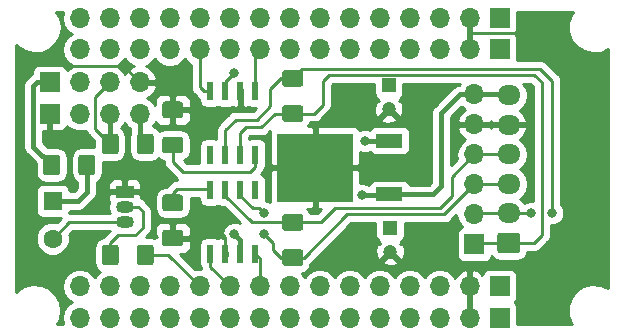
<source format=gtl>
%TF.GenerationSoftware,KiCad,Pcbnew,(5.0.2)-1*%
%TF.CreationDate,2019-07-05T20:57:08+02:00*%
%TF.ProjectId,PSAVanCanBridge_v11,56616e43-616e-4457-9370-33322e6b6963,rev?*%
%TF.SameCoordinates,Original*%
%TF.FileFunction,Copper,L1,Top*%
%TF.FilePolarity,Positive*%
%FSLAX46Y46*%
G04 Gerber Fmt 4.6, Leading zero omitted, Abs format (unit mm)*
G04 Created by KiCad (PCBNEW (5.0.2)-1) date 05/07/2019 20:57:08*
%MOMM*%
%LPD*%
G01*
G04 APERTURE LIST*
%ADD10C,0.100000*%
%ADD11C,1.425000*%
%ADD12R,1.700000X1.700000*%
%ADD13O,1.700000X1.700000*%
%ADD14C,1.200000*%
%ADD15R,1.200000X1.200000*%
%ADD16C,1.700000*%
%ADD17O,1.950000X1.700000*%
%ADD18R,1.600000X1.600000*%
%ADD19C,1.600000*%
%ADD20O,1.500000X1.050000*%
%ADD21R,1.500000X1.050000*%
%ADD22R,6.400000X5.800000*%
%ADD23R,2.200000X1.200000*%
%ADD24R,0.600000X1.550000*%
%ADD25C,0.800000*%
%ADD26C,0.900000*%
%ADD27C,0.400000*%
%ADD28C,0.250000*%
%ADD29C,0.450000*%
%ADD30C,0.254000*%
G04 APERTURE END LIST*
D10*
G36*
X59378504Y-44846204D02*
X59402773Y-44849804D01*
X59426571Y-44855765D01*
X59449671Y-44864030D01*
X59471849Y-44874520D01*
X59492893Y-44887133D01*
X59512598Y-44901747D01*
X59530777Y-44918223D01*
X59547253Y-44936402D01*
X59561867Y-44956107D01*
X59574480Y-44977151D01*
X59584970Y-44999329D01*
X59593235Y-45022429D01*
X59599196Y-45046227D01*
X59602796Y-45070496D01*
X59604000Y-45095000D01*
X59604000Y-46345000D01*
X59602796Y-46369504D01*
X59599196Y-46393773D01*
X59593235Y-46417571D01*
X59584970Y-46440671D01*
X59574480Y-46462849D01*
X59561867Y-46483893D01*
X59547253Y-46503598D01*
X59530777Y-46521777D01*
X59512598Y-46538253D01*
X59492893Y-46552867D01*
X59471849Y-46565480D01*
X59449671Y-46575970D01*
X59426571Y-46584235D01*
X59402773Y-46590196D01*
X59378504Y-46593796D01*
X59354000Y-46595000D01*
X58429000Y-46595000D01*
X58404496Y-46593796D01*
X58380227Y-46590196D01*
X58356429Y-46584235D01*
X58333329Y-46575970D01*
X58311151Y-46565480D01*
X58290107Y-46552867D01*
X58270402Y-46538253D01*
X58252223Y-46521777D01*
X58235747Y-46503598D01*
X58221133Y-46483893D01*
X58208520Y-46462849D01*
X58198030Y-46440671D01*
X58189765Y-46417571D01*
X58183804Y-46393773D01*
X58180204Y-46369504D01*
X58179000Y-46345000D01*
X58179000Y-45095000D01*
X58180204Y-45070496D01*
X58183804Y-45046227D01*
X58189765Y-45022429D01*
X58198030Y-44999329D01*
X58208520Y-44977151D01*
X58221133Y-44956107D01*
X58235747Y-44936402D01*
X58252223Y-44918223D01*
X58270402Y-44901747D01*
X58290107Y-44887133D01*
X58311151Y-44874520D01*
X58333329Y-44864030D01*
X58356429Y-44855765D01*
X58380227Y-44849804D01*
X58404496Y-44846204D01*
X58429000Y-44845000D01*
X59354000Y-44845000D01*
X59378504Y-44846204D01*
X59378504Y-44846204D01*
G37*
D11*
X58891500Y-45720000D03*
D10*
G36*
X56403504Y-44846204D02*
X56427773Y-44849804D01*
X56451571Y-44855765D01*
X56474671Y-44864030D01*
X56496849Y-44874520D01*
X56517893Y-44887133D01*
X56537598Y-44901747D01*
X56555777Y-44918223D01*
X56572253Y-44936402D01*
X56586867Y-44956107D01*
X56599480Y-44977151D01*
X56609970Y-44999329D01*
X56618235Y-45022429D01*
X56624196Y-45046227D01*
X56627796Y-45070496D01*
X56629000Y-45095000D01*
X56629000Y-46345000D01*
X56627796Y-46369504D01*
X56624196Y-46393773D01*
X56618235Y-46417571D01*
X56609970Y-46440671D01*
X56599480Y-46462849D01*
X56586867Y-46483893D01*
X56572253Y-46503598D01*
X56555777Y-46521777D01*
X56537598Y-46538253D01*
X56517893Y-46552867D01*
X56496849Y-46565480D01*
X56474671Y-46575970D01*
X56451571Y-46584235D01*
X56427773Y-46590196D01*
X56403504Y-46593796D01*
X56379000Y-46595000D01*
X55454000Y-46595000D01*
X55429496Y-46593796D01*
X55405227Y-46590196D01*
X55381429Y-46584235D01*
X55358329Y-46575970D01*
X55336151Y-46565480D01*
X55315107Y-46552867D01*
X55295402Y-46538253D01*
X55277223Y-46521777D01*
X55260747Y-46503598D01*
X55246133Y-46483893D01*
X55233520Y-46462849D01*
X55223030Y-46440671D01*
X55214765Y-46417571D01*
X55208804Y-46393773D01*
X55205204Y-46369504D01*
X55204000Y-46345000D01*
X55204000Y-45095000D01*
X55205204Y-45070496D01*
X55208804Y-45046227D01*
X55214765Y-45022429D01*
X55223030Y-44999329D01*
X55233520Y-44977151D01*
X55246133Y-44956107D01*
X55260747Y-44936402D01*
X55277223Y-44918223D01*
X55295402Y-44901747D01*
X55315107Y-44887133D01*
X55336151Y-44874520D01*
X55358329Y-44864030D01*
X55381429Y-44855765D01*
X55405227Y-44849804D01*
X55429496Y-44846204D01*
X55454000Y-44845000D01*
X56379000Y-44845000D01*
X56403504Y-44846204D01*
X56403504Y-44846204D01*
G37*
D11*
X55916500Y-45720000D03*
D12*
X50800000Y-43180000D03*
D13*
X53340000Y-43180000D03*
X55880000Y-43180000D03*
X58420000Y-43180000D03*
D10*
G36*
X54425504Y-46624204D02*
X54449773Y-46627804D01*
X54473571Y-46633765D01*
X54496671Y-46642030D01*
X54518849Y-46652520D01*
X54539893Y-46665133D01*
X54559598Y-46679747D01*
X54577777Y-46696223D01*
X54594253Y-46714402D01*
X54608867Y-46734107D01*
X54621480Y-46755151D01*
X54631970Y-46777329D01*
X54640235Y-46800429D01*
X54646196Y-46824227D01*
X54649796Y-46848496D01*
X54651000Y-46873000D01*
X54651000Y-48123000D01*
X54649796Y-48147504D01*
X54646196Y-48171773D01*
X54640235Y-48195571D01*
X54631970Y-48218671D01*
X54621480Y-48240849D01*
X54608867Y-48261893D01*
X54594253Y-48281598D01*
X54577777Y-48299777D01*
X54559598Y-48316253D01*
X54539893Y-48330867D01*
X54518849Y-48343480D01*
X54496671Y-48353970D01*
X54473571Y-48362235D01*
X54449773Y-48368196D01*
X54425504Y-48371796D01*
X54401000Y-48373000D01*
X53476000Y-48373000D01*
X53451496Y-48371796D01*
X53427227Y-48368196D01*
X53403429Y-48362235D01*
X53380329Y-48353970D01*
X53358151Y-48343480D01*
X53337107Y-48330867D01*
X53317402Y-48316253D01*
X53299223Y-48299777D01*
X53282747Y-48281598D01*
X53268133Y-48261893D01*
X53255520Y-48240849D01*
X53245030Y-48218671D01*
X53236765Y-48195571D01*
X53230804Y-48171773D01*
X53227204Y-48147504D01*
X53226000Y-48123000D01*
X53226000Y-46873000D01*
X53227204Y-46848496D01*
X53230804Y-46824227D01*
X53236765Y-46800429D01*
X53245030Y-46777329D01*
X53255520Y-46755151D01*
X53268133Y-46734107D01*
X53282747Y-46714402D01*
X53299223Y-46696223D01*
X53317402Y-46679747D01*
X53337107Y-46665133D01*
X53358151Y-46652520D01*
X53380329Y-46642030D01*
X53403429Y-46633765D01*
X53427227Y-46627804D01*
X53451496Y-46624204D01*
X53476000Y-46623000D01*
X54401000Y-46623000D01*
X54425504Y-46624204D01*
X54425504Y-46624204D01*
G37*
D11*
X53938500Y-47498000D03*
D10*
G36*
X51450504Y-46624204D02*
X51474773Y-46627804D01*
X51498571Y-46633765D01*
X51521671Y-46642030D01*
X51543849Y-46652520D01*
X51564893Y-46665133D01*
X51584598Y-46679747D01*
X51602777Y-46696223D01*
X51619253Y-46714402D01*
X51633867Y-46734107D01*
X51646480Y-46755151D01*
X51656970Y-46777329D01*
X51665235Y-46800429D01*
X51671196Y-46824227D01*
X51674796Y-46848496D01*
X51676000Y-46873000D01*
X51676000Y-48123000D01*
X51674796Y-48147504D01*
X51671196Y-48171773D01*
X51665235Y-48195571D01*
X51656970Y-48218671D01*
X51646480Y-48240849D01*
X51633867Y-48261893D01*
X51619253Y-48281598D01*
X51602777Y-48299777D01*
X51584598Y-48316253D01*
X51564893Y-48330867D01*
X51543849Y-48343480D01*
X51521671Y-48353970D01*
X51498571Y-48362235D01*
X51474773Y-48368196D01*
X51450504Y-48371796D01*
X51426000Y-48373000D01*
X50501000Y-48373000D01*
X50476496Y-48371796D01*
X50452227Y-48368196D01*
X50428429Y-48362235D01*
X50405329Y-48353970D01*
X50383151Y-48343480D01*
X50362107Y-48330867D01*
X50342402Y-48316253D01*
X50324223Y-48299777D01*
X50307747Y-48281598D01*
X50293133Y-48261893D01*
X50280520Y-48240849D01*
X50270030Y-48218671D01*
X50261765Y-48195571D01*
X50255804Y-48171773D01*
X50252204Y-48147504D01*
X50251000Y-48123000D01*
X50251000Y-46873000D01*
X50252204Y-46848496D01*
X50255804Y-46824227D01*
X50261765Y-46800429D01*
X50270030Y-46777329D01*
X50280520Y-46755151D01*
X50293133Y-46734107D01*
X50307747Y-46714402D01*
X50324223Y-46696223D01*
X50342402Y-46679747D01*
X50362107Y-46665133D01*
X50383151Y-46652520D01*
X50405329Y-46642030D01*
X50428429Y-46633765D01*
X50452227Y-46627804D01*
X50476496Y-46624204D01*
X50501000Y-46623000D01*
X51426000Y-46623000D01*
X51450504Y-46624204D01*
X51450504Y-46624204D01*
G37*
D11*
X50963500Y-47498000D03*
D14*
X79502000Y-42767000D03*
D15*
X79502000Y-40767000D03*
D12*
X86741000Y-54229000D03*
D13*
X86741000Y-51689000D03*
X86741000Y-49149000D03*
X86741000Y-46609000D03*
X86741000Y-44069000D03*
X86741000Y-41529000D03*
D10*
G36*
X90411504Y-53253204D02*
X90435773Y-53256804D01*
X90459571Y-53262765D01*
X90482671Y-53271030D01*
X90504849Y-53281520D01*
X90525893Y-53294133D01*
X90545598Y-53308747D01*
X90563777Y-53325223D01*
X90580253Y-53343402D01*
X90594867Y-53363107D01*
X90607480Y-53384151D01*
X90617970Y-53406329D01*
X90626235Y-53429429D01*
X90632196Y-53453227D01*
X90635796Y-53477496D01*
X90637000Y-53502000D01*
X90637000Y-54702000D01*
X90635796Y-54726504D01*
X90632196Y-54750773D01*
X90626235Y-54774571D01*
X90617970Y-54797671D01*
X90607480Y-54819849D01*
X90594867Y-54840893D01*
X90580253Y-54860598D01*
X90563777Y-54878777D01*
X90545598Y-54895253D01*
X90525893Y-54909867D01*
X90504849Y-54922480D01*
X90482671Y-54932970D01*
X90459571Y-54941235D01*
X90435773Y-54947196D01*
X90411504Y-54950796D01*
X90387000Y-54952000D01*
X88937000Y-54952000D01*
X88912496Y-54950796D01*
X88888227Y-54947196D01*
X88864429Y-54941235D01*
X88841329Y-54932970D01*
X88819151Y-54922480D01*
X88798107Y-54909867D01*
X88778402Y-54895253D01*
X88760223Y-54878777D01*
X88743747Y-54860598D01*
X88729133Y-54840893D01*
X88716520Y-54819849D01*
X88706030Y-54797671D01*
X88697765Y-54774571D01*
X88691804Y-54750773D01*
X88688204Y-54726504D01*
X88687000Y-54702000D01*
X88687000Y-53502000D01*
X88688204Y-53477496D01*
X88691804Y-53453227D01*
X88697765Y-53429429D01*
X88706030Y-53406329D01*
X88716520Y-53384151D01*
X88729133Y-53363107D01*
X88743747Y-53343402D01*
X88760223Y-53325223D01*
X88778402Y-53308747D01*
X88798107Y-53294133D01*
X88819151Y-53281520D01*
X88841329Y-53271030D01*
X88864429Y-53262765D01*
X88888227Y-53256804D01*
X88912496Y-53253204D01*
X88937000Y-53252000D01*
X90387000Y-53252000D01*
X90411504Y-53253204D01*
X90411504Y-53253204D01*
G37*
D16*
X89662000Y-54102000D03*
D17*
X89662000Y-51602000D03*
X89662000Y-49102000D03*
X89662000Y-46602000D03*
X89662000Y-44102000D03*
X89662000Y-41602000D03*
D13*
X53340000Y-37719000D03*
X55880000Y-37719000D03*
X58420000Y-37719000D03*
X60960000Y-37719000D03*
X63500000Y-37719000D03*
X66040000Y-37719000D03*
X68580000Y-37719000D03*
X71120000Y-37719000D03*
X73660000Y-37719000D03*
X76200000Y-37719000D03*
X78740000Y-37719000D03*
X81280000Y-37719000D03*
X83820000Y-37719000D03*
X86360000Y-37719000D03*
D12*
X88900000Y-37719000D03*
X88900000Y-57785000D03*
D13*
X86360000Y-57785000D03*
X83820000Y-57785000D03*
X81280000Y-57785000D03*
X78740000Y-57785000D03*
X76200000Y-57785000D03*
X73660000Y-57785000D03*
X71120000Y-57785000D03*
X68580000Y-57785000D03*
X66040000Y-57785000D03*
X63500000Y-57785000D03*
X60960000Y-57785000D03*
X58420000Y-57785000D03*
X55880000Y-57785000D03*
X53340000Y-57785000D03*
D12*
X50800000Y-40513000D03*
D13*
X53340000Y-40513000D03*
X55880000Y-40513000D03*
X58420000Y-40513000D03*
D18*
X51054000Y-50546000D03*
D19*
X51054000Y-53746000D03*
D20*
X57150000Y-51054000D03*
X57150000Y-52324000D03*
D21*
X57150000Y-49784000D03*
D10*
G36*
X56403504Y-54244204D02*
X56427773Y-54247804D01*
X56451571Y-54253765D01*
X56474671Y-54262030D01*
X56496849Y-54272520D01*
X56517893Y-54285133D01*
X56537598Y-54299747D01*
X56555777Y-54316223D01*
X56572253Y-54334402D01*
X56586867Y-54354107D01*
X56599480Y-54375151D01*
X56609970Y-54397329D01*
X56618235Y-54420429D01*
X56624196Y-54444227D01*
X56627796Y-54468496D01*
X56629000Y-54493000D01*
X56629000Y-55743000D01*
X56627796Y-55767504D01*
X56624196Y-55791773D01*
X56618235Y-55815571D01*
X56609970Y-55838671D01*
X56599480Y-55860849D01*
X56586867Y-55881893D01*
X56572253Y-55901598D01*
X56555777Y-55919777D01*
X56537598Y-55936253D01*
X56517893Y-55950867D01*
X56496849Y-55963480D01*
X56474671Y-55973970D01*
X56451571Y-55982235D01*
X56427773Y-55988196D01*
X56403504Y-55991796D01*
X56379000Y-55993000D01*
X55454000Y-55993000D01*
X55429496Y-55991796D01*
X55405227Y-55988196D01*
X55381429Y-55982235D01*
X55358329Y-55973970D01*
X55336151Y-55963480D01*
X55315107Y-55950867D01*
X55295402Y-55936253D01*
X55277223Y-55919777D01*
X55260747Y-55901598D01*
X55246133Y-55881893D01*
X55233520Y-55860849D01*
X55223030Y-55838671D01*
X55214765Y-55815571D01*
X55208804Y-55791773D01*
X55205204Y-55767504D01*
X55204000Y-55743000D01*
X55204000Y-54493000D01*
X55205204Y-54468496D01*
X55208804Y-54444227D01*
X55214765Y-54420429D01*
X55223030Y-54397329D01*
X55233520Y-54375151D01*
X55246133Y-54354107D01*
X55260747Y-54334402D01*
X55277223Y-54316223D01*
X55295402Y-54299747D01*
X55315107Y-54285133D01*
X55336151Y-54272520D01*
X55358329Y-54262030D01*
X55381429Y-54253765D01*
X55405227Y-54247804D01*
X55429496Y-54244204D01*
X55454000Y-54243000D01*
X56379000Y-54243000D01*
X56403504Y-54244204D01*
X56403504Y-54244204D01*
G37*
D11*
X55916500Y-55118000D03*
D10*
G36*
X59378504Y-54244204D02*
X59402773Y-54247804D01*
X59426571Y-54253765D01*
X59449671Y-54262030D01*
X59471849Y-54272520D01*
X59492893Y-54285133D01*
X59512598Y-54299747D01*
X59530777Y-54316223D01*
X59547253Y-54334402D01*
X59561867Y-54354107D01*
X59574480Y-54375151D01*
X59584970Y-54397329D01*
X59593235Y-54420429D01*
X59599196Y-54444227D01*
X59602796Y-54468496D01*
X59604000Y-54493000D01*
X59604000Y-55743000D01*
X59602796Y-55767504D01*
X59599196Y-55791773D01*
X59593235Y-55815571D01*
X59584970Y-55838671D01*
X59574480Y-55860849D01*
X59561867Y-55881893D01*
X59547253Y-55901598D01*
X59530777Y-55919777D01*
X59512598Y-55936253D01*
X59492893Y-55950867D01*
X59471849Y-55963480D01*
X59449671Y-55973970D01*
X59426571Y-55982235D01*
X59402773Y-55988196D01*
X59378504Y-55991796D01*
X59354000Y-55993000D01*
X58429000Y-55993000D01*
X58404496Y-55991796D01*
X58380227Y-55988196D01*
X58356429Y-55982235D01*
X58333329Y-55973970D01*
X58311151Y-55963480D01*
X58290107Y-55950867D01*
X58270402Y-55936253D01*
X58252223Y-55919777D01*
X58235747Y-55901598D01*
X58221133Y-55881893D01*
X58208520Y-55860849D01*
X58198030Y-55838671D01*
X58189765Y-55815571D01*
X58183804Y-55791773D01*
X58180204Y-55767504D01*
X58179000Y-55743000D01*
X58179000Y-54493000D01*
X58180204Y-54468496D01*
X58183804Y-54444227D01*
X58189765Y-54420429D01*
X58198030Y-54397329D01*
X58208520Y-54375151D01*
X58221133Y-54354107D01*
X58235747Y-54334402D01*
X58252223Y-54316223D01*
X58270402Y-54299747D01*
X58290107Y-54285133D01*
X58311151Y-54272520D01*
X58333329Y-54262030D01*
X58356429Y-54253765D01*
X58380227Y-54247804D01*
X58404496Y-54244204D01*
X58429000Y-54243000D01*
X59354000Y-54243000D01*
X59378504Y-54244204D01*
X59378504Y-54244204D01*
G37*
D11*
X58891500Y-55118000D03*
D10*
G36*
X61863504Y-42124204D02*
X61887773Y-42127804D01*
X61911571Y-42133765D01*
X61934671Y-42142030D01*
X61956849Y-42152520D01*
X61977893Y-42165133D01*
X61997598Y-42179747D01*
X62015777Y-42196223D01*
X62032253Y-42214402D01*
X62046867Y-42234107D01*
X62059480Y-42255151D01*
X62069970Y-42277329D01*
X62078235Y-42300429D01*
X62084196Y-42324227D01*
X62087796Y-42348496D01*
X62089000Y-42373000D01*
X62089000Y-43298000D01*
X62087796Y-43322504D01*
X62084196Y-43346773D01*
X62078235Y-43370571D01*
X62069970Y-43393671D01*
X62059480Y-43415849D01*
X62046867Y-43436893D01*
X62032253Y-43456598D01*
X62015777Y-43474777D01*
X61997598Y-43491253D01*
X61977893Y-43505867D01*
X61956849Y-43518480D01*
X61934671Y-43528970D01*
X61911571Y-43537235D01*
X61887773Y-43543196D01*
X61863504Y-43546796D01*
X61839000Y-43548000D01*
X60589000Y-43548000D01*
X60564496Y-43546796D01*
X60540227Y-43543196D01*
X60516429Y-43537235D01*
X60493329Y-43528970D01*
X60471151Y-43518480D01*
X60450107Y-43505867D01*
X60430402Y-43491253D01*
X60412223Y-43474777D01*
X60395747Y-43456598D01*
X60381133Y-43436893D01*
X60368520Y-43415849D01*
X60358030Y-43393671D01*
X60349765Y-43370571D01*
X60343804Y-43346773D01*
X60340204Y-43322504D01*
X60339000Y-43298000D01*
X60339000Y-42373000D01*
X60340204Y-42348496D01*
X60343804Y-42324227D01*
X60349765Y-42300429D01*
X60358030Y-42277329D01*
X60368520Y-42255151D01*
X60381133Y-42234107D01*
X60395747Y-42214402D01*
X60412223Y-42196223D01*
X60430402Y-42179747D01*
X60450107Y-42165133D01*
X60471151Y-42152520D01*
X60493329Y-42142030D01*
X60516429Y-42133765D01*
X60540227Y-42127804D01*
X60564496Y-42124204D01*
X60589000Y-42123000D01*
X61839000Y-42123000D01*
X61863504Y-42124204D01*
X61863504Y-42124204D01*
G37*
D11*
X61214000Y-42835500D03*
D10*
G36*
X61863504Y-45099204D02*
X61887773Y-45102804D01*
X61911571Y-45108765D01*
X61934671Y-45117030D01*
X61956849Y-45127520D01*
X61977893Y-45140133D01*
X61997598Y-45154747D01*
X62015777Y-45171223D01*
X62032253Y-45189402D01*
X62046867Y-45209107D01*
X62059480Y-45230151D01*
X62069970Y-45252329D01*
X62078235Y-45275429D01*
X62084196Y-45299227D01*
X62087796Y-45323496D01*
X62089000Y-45348000D01*
X62089000Y-46273000D01*
X62087796Y-46297504D01*
X62084196Y-46321773D01*
X62078235Y-46345571D01*
X62069970Y-46368671D01*
X62059480Y-46390849D01*
X62046867Y-46411893D01*
X62032253Y-46431598D01*
X62015777Y-46449777D01*
X61997598Y-46466253D01*
X61977893Y-46480867D01*
X61956849Y-46493480D01*
X61934671Y-46503970D01*
X61911571Y-46512235D01*
X61887773Y-46518196D01*
X61863504Y-46521796D01*
X61839000Y-46523000D01*
X60589000Y-46523000D01*
X60564496Y-46521796D01*
X60540227Y-46518196D01*
X60516429Y-46512235D01*
X60493329Y-46503970D01*
X60471151Y-46493480D01*
X60450107Y-46480867D01*
X60430402Y-46466253D01*
X60412223Y-46449777D01*
X60395747Y-46431598D01*
X60381133Y-46411893D01*
X60368520Y-46390849D01*
X60358030Y-46368671D01*
X60349765Y-46345571D01*
X60343804Y-46321773D01*
X60340204Y-46297504D01*
X60339000Y-46273000D01*
X60339000Y-45348000D01*
X60340204Y-45323496D01*
X60343804Y-45299227D01*
X60349765Y-45275429D01*
X60358030Y-45252329D01*
X60368520Y-45230151D01*
X60381133Y-45209107D01*
X60395747Y-45189402D01*
X60412223Y-45171223D01*
X60430402Y-45154747D01*
X60450107Y-45140133D01*
X60471151Y-45127520D01*
X60493329Y-45117030D01*
X60516429Y-45108765D01*
X60540227Y-45102804D01*
X60564496Y-45099204D01*
X60589000Y-45098000D01*
X61839000Y-45098000D01*
X61863504Y-45099204D01*
X61863504Y-45099204D01*
G37*
D11*
X61214000Y-45810500D03*
D10*
G36*
X61863504Y-49998204D02*
X61887773Y-50001804D01*
X61911571Y-50007765D01*
X61934671Y-50016030D01*
X61956849Y-50026520D01*
X61977893Y-50039133D01*
X61997598Y-50053747D01*
X62015777Y-50070223D01*
X62032253Y-50088402D01*
X62046867Y-50108107D01*
X62059480Y-50129151D01*
X62069970Y-50151329D01*
X62078235Y-50174429D01*
X62084196Y-50198227D01*
X62087796Y-50222496D01*
X62089000Y-50247000D01*
X62089000Y-51172000D01*
X62087796Y-51196504D01*
X62084196Y-51220773D01*
X62078235Y-51244571D01*
X62069970Y-51267671D01*
X62059480Y-51289849D01*
X62046867Y-51310893D01*
X62032253Y-51330598D01*
X62015777Y-51348777D01*
X61997598Y-51365253D01*
X61977893Y-51379867D01*
X61956849Y-51392480D01*
X61934671Y-51402970D01*
X61911571Y-51411235D01*
X61887773Y-51417196D01*
X61863504Y-51420796D01*
X61839000Y-51422000D01*
X60589000Y-51422000D01*
X60564496Y-51420796D01*
X60540227Y-51417196D01*
X60516429Y-51411235D01*
X60493329Y-51402970D01*
X60471151Y-51392480D01*
X60450107Y-51379867D01*
X60430402Y-51365253D01*
X60412223Y-51348777D01*
X60395747Y-51330598D01*
X60381133Y-51310893D01*
X60368520Y-51289849D01*
X60358030Y-51267671D01*
X60349765Y-51244571D01*
X60343804Y-51220773D01*
X60340204Y-51196504D01*
X60339000Y-51172000D01*
X60339000Y-50247000D01*
X60340204Y-50222496D01*
X60343804Y-50198227D01*
X60349765Y-50174429D01*
X60358030Y-50151329D01*
X60368520Y-50129151D01*
X60381133Y-50108107D01*
X60395747Y-50088402D01*
X60412223Y-50070223D01*
X60430402Y-50053747D01*
X60450107Y-50039133D01*
X60471151Y-50026520D01*
X60493329Y-50016030D01*
X60516429Y-50007765D01*
X60540227Y-50001804D01*
X60564496Y-49998204D01*
X60589000Y-49997000D01*
X61839000Y-49997000D01*
X61863504Y-49998204D01*
X61863504Y-49998204D01*
G37*
D11*
X61214000Y-50709500D03*
D10*
G36*
X61863504Y-52973204D02*
X61887773Y-52976804D01*
X61911571Y-52982765D01*
X61934671Y-52991030D01*
X61956849Y-53001520D01*
X61977893Y-53014133D01*
X61997598Y-53028747D01*
X62015777Y-53045223D01*
X62032253Y-53063402D01*
X62046867Y-53083107D01*
X62059480Y-53104151D01*
X62069970Y-53126329D01*
X62078235Y-53149429D01*
X62084196Y-53173227D01*
X62087796Y-53197496D01*
X62089000Y-53222000D01*
X62089000Y-54147000D01*
X62087796Y-54171504D01*
X62084196Y-54195773D01*
X62078235Y-54219571D01*
X62069970Y-54242671D01*
X62059480Y-54264849D01*
X62046867Y-54285893D01*
X62032253Y-54305598D01*
X62015777Y-54323777D01*
X61997598Y-54340253D01*
X61977893Y-54354867D01*
X61956849Y-54367480D01*
X61934671Y-54377970D01*
X61911571Y-54386235D01*
X61887773Y-54392196D01*
X61863504Y-54395796D01*
X61839000Y-54397000D01*
X60589000Y-54397000D01*
X60564496Y-54395796D01*
X60540227Y-54392196D01*
X60516429Y-54386235D01*
X60493329Y-54377970D01*
X60471151Y-54367480D01*
X60450107Y-54354867D01*
X60430402Y-54340253D01*
X60412223Y-54323777D01*
X60395747Y-54305598D01*
X60381133Y-54285893D01*
X60368520Y-54264849D01*
X60358030Y-54242671D01*
X60349765Y-54219571D01*
X60343804Y-54195773D01*
X60340204Y-54171504D01*
X60339000Y-54147000D01*
X60339000Y-53222000D01*
X60340204Y-53197496D01*
X60343804Y-53173227D01*
X60349765Y-53149429D01*
X60358030Y-53126329D01*
X60368520Y-53104151D01*
X60381133Y-53083107D01*
X60395747Y-53063402D01*
X60412223Y-53045223D01*
X60430402Y-53028747D01*
X60450107Y-53014133D01*
X60471151Y-53001520D01*
X60493329Y-52991030D01*
X60516429Y-52982765D01*
X60540227Y-52976804D01*
X60564496Y-52973204D01*
X60589000Y-52972000D01*
X61839000Y-52972000D01*
X61863504Y-52973204D01*
X61863504Y-52973204D01*
G37*
D11*
X61214000Y-53684500D03*
D10*
G36*
X72023504Y-39457204D02*
X72047773Y-39460804D01*
X72071571Y-39466765D01*
X72094671Y-39475030D01*
X72116849Y-39485520D01*
X72137893Y-39498133D01*
X72157598Y-39512747D01*
X72175777Y-39529223D01*
X72192253Y-39547402D01*
X72206867Y-39567107D01*
X72219480Y-39588151D01*
X72229970Y-39610329D01*
X72238235Y-39633429D01*
X72244196Y-39657227D01*
X72247796Y-39681496D01*
X72249000Y-39706000D01*
X72249000Y-40631000D01*
X72247796Y-40655504D01*
X72244196Y-40679773D01*
X72238235Y-40703571D01*
X72229970Y-40726671D01*
X72219480Y-40748849D01*
X72206867Y-40769893D01*
X72192253Y-40789598D01*
X72175777Y-40807777D01*
X72157598Y-40824253D01*
X72137893Y-40838867D01*
X72116849Y-40851480D01*
X72094671Y-40861970D01*
X72071571Y-40870235D01*
X72047773Y-40876196D01*
X72023504Y-40879796D01*
X71999000Y-40881000D01*
X70749000Y-40881000D01*
X70724496Y-40879796D01*
X70700227Y-40876196D01*
X70676429Y-40870235D01*
X70653329Y-40861970D01*
X70631151Y-40851480D01*
X70610107Y-40838867D01*
X70590402Y-40824253D01*
X70572223Y-40807777D01*
X70555747Y-40789598D01*
X70541133Y-40769893D01*
X70528520Y-40748849D01*
X70518030Y-40726671D01*
X70509765Y-40703571D01*
X70503804Y-40679773D01*
X70500204Y-40655504D01*
X70499000Y-40631000D01*
X70499000Y-39706000D01*
X70500204Y-39681496D01*
X70503804Y-39657227D01*
X70509765Y-39633429D01*
X70518030Y-39610329D01*
X70528520Y-39588151D01*
X70541133Y-39567107D01*
X70555747Y-39547402D01*
X70572223Y-39529223D01*
X70590402Y-39512747D01*
X70610107Y-39498133D01*
X70631151Y-39485520D01*
X70653329Y-39475030D01*
X70676429Y-39466765D01*
X70700227Y-39460804D01*
X70724496Y-39457204D01*
X70749000Y-39456000D01*
X71999000Y-39456000D01*
X72023504Y-39457204D01*
X72023504Y-39457204D01*
G37*
D11*
X71374000Y-40168500D03*
D10*
G36*
X72023504Y-42432204D02*
X72047773Y-42435804D01*
X72071571Y-42441765D01*
X72094671Y-42450030D01*
X72116849Y-42460520D01*
X72137893Y-42473133D01*
X72157598Y-42487747D01*
X72175777Y-42504223D01*
X72192253Y-42522402D01*
X72206867Y-42542107D01*
X72219480Y-42563151D01*
X72229970Y-42585329D01*
X72238235Y-42608429D01*
X72244196Y-42632227D01*
X72247796Y-42656496D01*
X72249000Y-42681000D01*
X72249000Y-43606000D01*
X72247796Y-43630504D01*
X72244196Y-43654773D01*
X72238235Y-43678571D01*
X72229970Y-43701671D01*
X72219480Y-43723849D01*
X72206867Y-43744893D01*
X72192253Y-43764598D01*
X72175777Y-43782777D01*
X72157598Y-43799253D01*
X72137893Y-43813867D01*
X72116849Y-43826480D01*
X72094671Y-43836970D01*
X72071571Y-43845235D01*
X72047773Y-43851196D01*
X72023504Y-43854796D01*
X71999000Y-43856000D01*
X70749000Y-43856000D01*
X70724496Y-43854796D01*
X70700227Y-43851196D01*
X70676429Y-43845235D01*
X70653329Y-43836970D01*
X70631151Y-43826480D01*
X70610107Y-43813867D01*
X70590402Y-43799253D01*
X70572223Y-43782777D01*
X70555747Y-43764598D01*
X70541133Y-43744893D01*
X70528520Y-43723849D01*
X70518030Y-43701671D01*
X70509765Y-43678571D01*
X70503804Y-43654773D01*
X70500204Y-43630504D01*
X70499000Y-43606000D01*
X70499000Y-42681000D01*
X70500204Y-42656496D01*
X70503804Y-42632227D01*
X70509765Y-42608429D01*
X70518030Y-42585329D01*
X70528520Y-42563151D01*
X70541133Y-42542107D01*
X70555747Y-42522402D01*
X70572223Y-42504223D01*
X70590402Y-42487747D01*
X70610107Y-42473133D01*
X70631151Y-42460520D01*
X70653329Y-42450030D01*
X70676429Y-42441765D01*
X70700227Y-42435804D01*
X70724496Y-42432204D01*
X70749000Y-42431000D01*
X71999000Y-42431000D01*
X72023504Y-42432204D01*
X72023504Y-42432204D01*
G37*
D11*
X71374000Y-43143500D03*
D10*
G36*
X72023504Y-54624204D02*
X72047773Y-54627804D01*
X72071571Y-54633765D01*
X72094671Y-54642030D01*
X72116849Y-54652520D01*
X72137893Y-54665133D01*
X72157598Y-54679747D01*
X72175777Y-54696223D01*
X72192253Y-54714402D01*
X72206867Y-54734107D01*
X72219480Y-54755151D01*
X72229970Y-54777329D01*
X72238235Y-54800429D01*
X72244196Y-54824227D01*
X72247796Y-54848496D01*
X72249000Y-54873000D01*
X72249000Y-55798000D01*
X72247796Y-55822504D01*
X72244196Y-55846773D01*
X72238235Y-55870571D01*
X72229970Y-55893671D01*
X72219480Y-55915849D01*
X72206867Y-55936893D01*
X72192253Y-55956598D01*
X72175777Y-55974777D01*
X72157598Y-55991253D01*
X72137893Y-56005867D01*
X72116849Y-56018480D01*
X72094671Y-56028970D01*
X72071571Y-56037235D01*
X72047773Y-56043196D01*
X72023504Y-56046796D01*
X71999000Y-56048000D01*
X70749000Y-56048000D01*
X70724496Y-56046796D01*
X70700227Y-56043196D01*
X70676429Y-56037235D01*
X70653329Y-56028970D01*
X70631151Y-56018480D01*
X70610107Y-56005867D01*
X70590402Y-55991253D01*
X70572223Y-55974777D01*
X70555747Y-55956598D01*
X70541133Y-55936893D01*
X70528520Y-55915849D01*
X70518030Y-55893671D01*
X70509765Y-55870571D01*
X70503804Y-55846773D01*
X70500204Y-55822504D01*
X70499000Y-55798000D01*
X70499000Y-54873000D01*
X70500204Y-54848496D01*
X70503804Y-54824227D01*
X70509765Y-54800429D01*
X70518030Y-54777329D01*
X70528520Y-54755151D01*
X70541133Y-54734107D01*
X70555747Y-54714402D01*
X70572223Y-54696223D01*
X70590402Y-54679747D01*
X70610107Y-54665133D01*
X70631151Y-54652520D01*
X70653329Y-54642030D01*
X70676429Y-54633765D01*
X70700227Y-54627804D01*
X70724496Y-54624204D01*
X70749000Y-54623000D01*
X71999000Y-54623000D01*
X72023504Y-54624204D01*
X72023504Y-54624204D01*
G37*
D11*
X71374000Y-55335500D03*
D10*
G36*
X72023504Y-51649204D02*
X72047773Y-51652804D01*
X72071571Y-51658765D01*
X72094671Y-51667030D01*
X72116849Y-51677520D01*
X72137893Y-51690133D01*
X72157598Y-51704747D01*
X72175777Y-51721223D01*
X72192253Y-51739402D01*
X72206867Y-51759107D01*
X72219480Y-51780151D01*
X72229970Y-51802329D01*
X72238235Y-51825429D01*
X72244196Y-51849227D01*
X72247796Y-51873496D01*
X72249000Y-51898000D01*
X72249000Y-52823000D01*
X72247796Y-52847504D01*
X72244196Y-52871773D01*
X72238235Y-52895571D01*
X72229970Y-52918671D01*
X72219480Y-52940849D01*
X72206867Y-52961893D01*
X72192253Y-52981598D01*
X72175777Y-52999777D01*
X72157598Y-53016253D01*
X72137893Y-53030867D01*
X72116849Y-53043480D01*
X72094671Y-53053970D01*
X72071571Y-53062235D01*
X72047773Y-53068196D01*
X72023504Y-53071796D01*
X71999000Y-53073000D01*
X70749000Y-53073000D01*
X70724496Y-53071796D01*
X70700227Y-53068196D01*
X70676429Y-53062235D01*
X70653329Y-53053970D01*
X70631151Y-53043480D01*
X70610107Y-53030867D01*
X70590402Y-53016253D01*
X70572223Y-52999777D01*
X70555747Y-52981598D01*
X70541133Y-52961893D01*
X70528520Y-52940849D01*
X70518030Y-52918671D01*
X70509765Y-52895571D01*
X70503804Y-52871773D01*
X70500204Y-52847504D01*
X70499000Y-52823000D01*
X70499000Y-51898000D01*
X70500204Y-51873496D01*
X70503804Y-51849227D01*
X70509765Y-51825429D01*
X70518030Y-51802329D01*
X70528520Y-51780151D01*
X70541133Y-51759107D01*
X70555747Y-51739402D01*
X70572223Y-51721223D01*
X70590402Y-51704747D01*
X70610107Y-51690133D01*
X70631151Y-51677520D01*
X70653329Y-51667030D01*
X70676429Y-51658765D01*
X70700227Y-51652804D01*
X70724496Y-51649204D01*
X70749000Y-51648000D01*
X71999000Y-51648000D01*
X72023504Y-51649204D01*
X72023504Y-51649204D01*
G37*
D11*
X71374000Y-52360500D03*
D22*
X73267784Y-47715994D03*
D23*
X79567784Y-45435994D03*
X79567784Y-49995994D03*
D15*
X79629000Y-52832000D03*
D14*
X79629000Y-54832000D03*
D24*
X68199000Y-46642000D03*
X66929000Y-46642000D03*
X65659000Y-46642000D03*
X64389000Y-46642000D03*
X64389000Y-41242000D03*
X65659000Y-41242000D03*
X66929000Y-41242000D03*
X68199000Y-41242000D03*
X64389000Y-55024000D03*
X65659000Y-55024000D03*
X66929000Y-55024000D03*
X68199000Y-55024000D03*
X68199000Y-49624000D03*
X66929000Y-49624000D03*
X65659000Y-49624000D03*
X64389000Y-49624000D03*
D13*
X53340000Y-60452000D03*
X55880000Y-60452000D03*
X58420000Y-60452000D03*
X60960000Y-60452000D03*
X63500000Y-60452000D03*
X66040000Y-60452000D03*
X68580000Y-60452000D03*
X71120000Y-60452000D03*
X73660000Y-60452000D03*
X76200000Y-60452000D03*
X78740000Y-60452000D03*
X81280000Y-60452000D03*
X83820000Y-60452000D03*
X86360000Y-60452000D03*
D12*
X88900000Y-60452000D03*
X88900000Y-35052000D03*
D13*
X86360000Y-35052000D03*
X83820000Y-35052000D03*
X81280000Y-35052000D03*
X78740000Y-35052000D03*
X76200000Y-35052000D03*
X73660000Y-35052000D03*
X71120000Y-35052000D03*
X68580000Y-35052000D03*
X66040000Y-35052000D03*
X63500000Y-35052000D03*
X60960000Y-35052000D03*
X58420000Y-35052000D03*
X55880000Y-35052000D03*
X53340000Y-35052000D03*
D25*
X66421000Y-53340000D03*
X66421000Y-39751000D03*
D26*
X70703784Y-46190994D03*
X72481784Y-45301994D03*
X71592784Y-47079994D03*
X70703784Y-47079994D03*
X72481784Y-46190994D03*
X71592784Y-46190994D03*
X71592784Y-45301994D03*
X70703784Y-45301994D03*
X72481784Y-47079994D03*
X70703784Y-49238994D03*
X72481784Y-48349994D03*
X71592784Y-50127994D03*
X72481784Y-49238994D03*
X71592784Y-49238994D03*
X71592784Y-48349994D03*
X70703784Y-48349994D03*
X70703784Y-50127994D03*
X72481784Y-50127994D03*
X74005784Y-49238994D03*
X75783784Y-48349994D03*
X75783784Y-50127994D03*
X75783784Y-49238994D03*
X74005784Y-48349994D03*
X74894784Y-49238994D03*
X74894784Y-50127994D03*
X74894784Y-48349994D03*
X74005784Y-50127994D03*
X75783784Y-46190994D03*
X74005784Y-46190994D03*
X75783784Y-47079994D03*
X74894784Y-45301994D03*
X74005784Y-47079994D03*
X74005784Y-45301994D03*
X74894784Y-47079994D03*
X75783784Y-45301994D03*
X74894784Y-46190994D03*
D25*
X51562000Y-38608000D03*
X91313000Y-36322000D03*
X64770000Y-53340000D03*
X77216000Y-50038000D03*
X77470000Y-45466000D03*
X68961000Y-51562000D03*
X68961000Y-53340000D03*
X91567000Y-51562000D03*
X93345000Y-51562000D03*
D27*
X66929000Y-54897000D02*
X66929000Y-54356000D01*
D28*
X65659000Y-40513000D02*
X65659000Y-41242000D01*
X66421000Y-39751000D02*
X65659000Y-40513000D01*
D27*
X66929000Y-53848000D02*
X66929000Y-54356000D01*
X66421000Y-53340000D02*
X66929000Y-53848000D01*
D28*
X58420000Y-45248500D02*
X58891500Y-45720000D01*
D27*
X58420000Y-43180000D02*
X58420000Y-45248500D01*
D28*
X89629000Y-44069000D02*
X89662000Y-44102000D01*
X86741000Y-44069000D02*
X89629000Y-44069000D01*
X57023000Y-39116000D02*
X58420000Y-40513000D01*
X51562000Y-38608000D02*
X52070000Y-39116000D01*
X52070000Y-39116000D02*
X57023000Y-39116000D01*
X90747315Y-36322000D02*
X91313000Y-36322000D01*
X86554919Y-36322000D02*
X90747315Y-36322000D01*
X86360000Y-36516919D02*
X86554919Y-36322000D01*
X86360000Y-37719000D02*
X86360000Y-36516919D01*
X65659000Y-53594000D02*
X65659000Y-55024000D01*
X64770000Y-52705000D02*
X65659000Y-53594000D01*
X79525778Y-50038000D02*
X79567784Y-49995994D01*
D27*
X77216000Y-50038000D02*
X79525778Y-50038000D01*
D28*
X89589000Y-41529000D02*
X89662000Y-41602000D01*
D27*
X86741000Y-41529000D02*
X89589000Y-41529000D01*
X85538919Y-41529000D02*
X83947000Y-43120919D01*
X86741000Y-41529000D02*
X85538919Y-41529000D01*
X83947000Y-43120919D02*
X83947000Y-49276000D01*
X83227006Y-49995994D02*
X79567784Y-49995994D01*
X83947000Y-49276000D02*
X83227006Y-49995994D01*
D28*
X79537778Y-45466000D02*
X79567784Y-45435994D01*
D29*
X77470000Y-45466000D02*
X79537778Y-45466000D01*
D28*
X50800000Y-47334500D02*
X50963500Y-47498000D01*
D27*
X49700000Y-40513000D02*
X49403000Y-40810000D01*
X50800000Y-40513000D02*
X49700000Y-40513000D01*
X49403000Y-45937500D02*
X50963500Y-47498000D01*
X49403000Y-40810000D02*
X49403000Y-45937500D01*
D28*
X63839000Y-41242000D02*
X64389000Y-41242000D01*
X63500000Y-40903000D02*
X63839000Y-41242000D01*
X63500000Y-37719000D02*
X63500000Y-40903000D01*
X55916500Y-43216500D02*
X55880000Y-43180000D01*
D27*
X55916500Y-45720000D02*
X55916500Y-43216500D01*
D28*
X55880000Y-40513000D02*
X54610000Y-41783000D01*
X54610000Y-44413500D02*
X55916500Y-45720000D01*
X54610000Y-41783000D02*
X54610000Y-44413500D01*
X63839000Y-49497000D02*
X64389000Y-49497000D01*
X61614000Y-49497000D02*
X63839000Y-49497000D01*
X61214000Y-49897000D02*
X61614000Y-49497000D01*
X61214000Y-50709500D02*
X61214000Y-49897000D01*
X68199000Y-47667000D02*
X68199000Y-46642000D01*
X67733000Y-48133000D02*
X68199000Y-47667000D01*
X62103000Y-48133000D02*
X67733000Y-48133000D01*
X61214000Y-45810500D02*
X61214000Y-47244000D01*
X61214000Y-47244000D02*
X62103000Y-48133000D01*
X58293000Y-51054000D02*
X57150000Y-51054000D01*
X55916500Y-54143000D02*
X56592500Y-53467000D01*
X55916500Y-55118000D02*
X55916500Y-54143000D01*
X56592500Y-53467000D02*
X58039000Y-53467000D01*
X58039000Y-53467000D02*
X58674000Y-52832000D01*
X58674000Y-52832000D02*
X58674000Y-51435000D01*
X58674000Y-51435000D02*
X58293000Y-51054000D01*
X52476000Y-52324000D02*
X51054000Y-53746000D01*
X57150000Y-52324000D02*
X52476000Y-52324000D01*
X71664500Y-59907500D02*
X71120000Y-60452000D01*
X68199000Y-38100000D02*
X68580000Y-37719000D01*
X68199000Y-41242000D02*
X68199000Y-38100000D01*
X60833000Y-55118000D02*
X58891500Y-55118000D01*
X63500000Y-57785000D02*
X60833000Y-55118000D01*
X64389000Y-56134000D02*
X64389000Y-55024000D01*
X66040000Y-57785000D02*
X64389000Y-56134000D01*
X68199000Y-57404000D02*
X68580000Y-57785000D01*
X68580000Y-55405000D02*
X68199000Y-55024000D01*
X68580000Y-57785000D02*
X68580000Y-55405000D01*
X74930000Y-51181000D02*
X73750500Y-52360500D01*
X83820000Y-51181000D02*
X74930000Y-51181000D01*
X84836000Y-50165000D02*
X83820000Y-51181000D01*
X86741000Y-46609000D02*
X84836000Y-48514000D01*
X84836000Y-48514000D02*
X84836000Y-50165000D01*
X86748000Y-46602000D02*
X86741000Y-46609000D01*
X89662000Y-46602000D02*
X86748000Y-46602000D01*
X65659000Y-50099000D02*
X65659000Y-49624000D01*
X67920500Y-52360500D02*
X65659000Y-50099000D01*
X71374000Y-52360500D02*
X67920500Y-52360500D01*
X73750500Y-52360500D02*
X71374000Y-52360500D01*
X84201000Y-51689000D02*
X86741000Y-49149000D01*
X86788000Y-49102000D02*
X86741000Y-49149000D01*
X89662000Y-49102000D02*
X86788000Y-49102000D01*
X66929000Y-50099000D02*
X66929000Y-49624000D01*
X67992001Y-51162001D02*
X66929000Y-50099000D01*
X68561001Y-51162001D02*
X67992001Y-51162001D01*
X68961000Y-51562000D02*
X68561001Y-51162001D01*
X70956500Y-55335500D02*
X71374000Y-55335500D01*
X70399000Y-55335500D02*
X69723000Y-54659500D01*
X71374000Y-55335500D02*
X70399000Y-55335500D01*
X69723000Y-54102000D02*
X68961000Y-53340000D01*
X69723000Y-54659500D02*
X69723000Y-54102000D01*
X75995500Y-51689000D02*
X76454000Y-51689000D01*
X72349000Y-55335500D02*
X75995500Y-51689000D01*
X71374000Y-55335500D02*
X72349000Y-55335500D01*
X76454000Y-51689000D02*
X84201000Y-51689000D01*
X86828000Y-51602000D02*
X86741000Y-51689000D01*
X89662000Y-51602000D02*
X86828000Y-51602000D01*
X70399000Y-40168500D02*
X69469000Y-41098500D01*
X71374000Y-40168500D02*
X70399000Y-40168500D01*
X69469000Y-41098500D02*
X69469000Y-42545000D01*
X69469000Y-42545000D02*
X68326000Y-43688000D01*
X68326000Y-43688000D02*
X66548000Y-43688000D01*
X65659000Y-44577000D02*
X65659000Y-47023000D01*
X66548000Y-43688000D02*
X65659000Y-44577000D01*
X72150511Y-39391989D02*
X92350989Y-39391989D01*
X71374000Y-40168500D02*
X72150511Y-39391989D01*
X92350989Y-39391989D02*
X93345000Y-40386000D01*
X93345000Y-40386000D02*
X93345000Y-51562000D01*
X93345000Y-51562000D02*
X93345000Y-51562000D01*
X91527000Y-51602000D02*
X91567000Y-51562000D01*
X89662000Y-51602000D02*
X91527000Y-51602000D01*
X89662000Y-54102000D02*
X88587000Y-54102000D01*
X86868000Y-54102000D02*
X86741000Y-54229000D01*
X89662000Y-54102000D02*
X86868000Y-54102000D01*
X71374000Y-43143500D02*
X69886500Y-43143500D01*
X69886500Y-43143500D02*
X68707000Y-44323000D01*
X68707000Y-44323000D02*
X67437000Y-44323000D01*
X66929000Y-44831000D02*
X66929000Y-47023000D01*
X67437000Y-44323000D02*
X66929000Y-44831000D01*
X71374000Y-43143500D02*
X73188500Y-43143500D01*
X73188500Y-43143500D02*
X73914000Y-42418000D01*
X73914000Y-42418000D02*
X73914000Y-40386000D01*
X74458001Y-39841999D02*
X91784999Y-39841999D01*
X73914000Y-40386000D02*
X74458001Y-39841999D01*
X91784999Y-39841999D02*
X92456000Y-40513000D01*
X92456000Y-40513000D02*
X92456000Y-53467000D01*
X91821000Y-54102000D02*
X89662000Y-54102000D01*
X92456000Y-53467000D02*
X91821000Y-54102000D01*
D27*
X53938500Y-47498000D02*
X53938500Y-49820500D01*
X53213000Y-50546000D02*
X51054000Y-50546000D01*
X53938500Y-49820500D02*
X53213000Y-50546000D01*
D30*
G36*
X51825908Y-35052000D02*
X51941161Y-35631418D01*
X52269375Y-36122625D01*
X52662795Y-36385500D01*
X52269375Y-36648375D01*
X51941161Y-37139582D01*
X51825908Y-37719000D01*
X51941161Y-38298418D01*
X52269375Y-38789625D01*
X52757830Y-39116000D01*
X52269375Y-39442375D01*
X52257184Y-39460619D01*
X52248157Y-39415235D01*
X52107809Y-39205191D01*
X51897765Y-39064843D01*
X51650000Y-39015560D01*
X49950000Y-39015560D01*
X49702235Y-39064843D01*
X49492191Y-39205191D01*
X49351843Y-39415235D01*
X49302560Y-39663000D01*
X49302560Y-39774316D01*
X49097999Y-39910999D01*
X49051414Y-39980718D01*
X48870719Y-40161413D01*
X48800999Y-40207999D01*
X48616448Y-40484200D01*
X48568000Y-40727764D01*
X48568000Y-40727767D01*
X48551643Y-40810000D01*
X48568000Y-40892233D01*
X48568001Y-45855262D01*
X48551643Y-45937500D01*
X48616448Y-46263300D01*
X48671348Y-46345463D01*
X48801000Y-46539501D01*
X48870718Y-46586085D01*
X49603560Y-47318928D01*
X49603560Y-48123000D01*
X49671874Y-48466435D01*
X49866414Y-48757586D01*
X50157565Y-48952126D01*
X50501000Y-49020440D01*
X51426000Y-49020440D01*
X51769435Y-48952126D01*
X52060586Y-48757586D01*
X52255126Y-48466435D01*
X52323440Y-48123000D01*
X52323440Y-46873000D01*
X52255126Y-46529565D01*
X52060586Y-46238414D01*
X51769435Y-46043874D01*
X51426000Y-45975560D01*
X50621928Y-45975560D01*
X50238000Y-45591633D01*
X50238000Y-44665000D01*
X50514250Y-44665000D01*
X50673000Y-44506250D01*
X50673000Y-43307000D01*
X50653000Y-43307000D01*
X50653000Y-43053000D01*
X50673000Y-43053000D01*
X50673000Y-43033000D01*
X50927000Y-43033000D01*
X50927000Y-43053000D01*
X50947000Y-43053000D01*
X50947000Y-43307000D01*
X50927000Y-43307000D01*
X50927000Y-44506250D01*
X51085750Y-44665000D01*
X51776310Y-44665000D01*
X52009699Y-44568327D01*
X52188327Y-44389698D01*
X52254904Y-44228967D01*
X52269375Y-44250625D01*
X52760582Y-44578839D01*
X53193744Y-44665000D01*
X53486256Y-44665000D01*
X53869957Y-44588677D01*
X53894097Y-44710037D01*
X54013052Y-44888065D01*
X54062072Y-44961429D01*
X54125528Y-45003829D01*
X54556560Y-45434861D01*
X54556560Y-46006503D01*
X54401000Y-45975560D01*
X53476000Y-45975560D01*
X53132565Y-46043874D01*
X52841414Y-46238414D01*
X52646874Y-46529565D01*
X52578560Y-46873000D01*
X52578560Y-48123000D01*
X52646874Y-48466435D01*
X52841414Y-48757586D01*
X53103501Y-48932706D01*
X53103501Y-49474632D01*
X52867133Y-49711000D01*
X52494478Y-49711000D01*
X52452157Y-49498235D01*
X52311809Y-49288191D01*
X52101765Y-49147843D01*
X51854000Y-49098560D01*
X50254000Y-49098560D01*
X50006235Y-49147843D01*
X49796191Y-49288191D01*
X49655843Y-49498235D01*
X49606560Y-49746000D01*
X49606560Y-51346000D01*
X49655843Y-51593765D01*
X49796191Y-51803809D01*
X50006235Y-51944157D01*
X50254000Y-51993440D01*
X51731758Y-51993440D01*
X51392302Y-52332897D01*
X51339439Y-52311000D01*
X50768561Y-52311000D01*
X50241138Y-52529466D01*
X49837466Y-52933138D01*
X49619000Y-53460561D01*
X49619000Y-54031439D01*
X49837466Y-54558862D01*
X50241138Y-54962534D01*
X50768561Y-55181000D01*
X51339439Y-55181000D01*
X51866862Y-54962534D01*
X52270534Y-54558862D01*
X52489000Y-54031439D01*
X52489000Y-53460561D01*
X52467103Y-53407698D01*
X52790802Y-53084000D01*
X55900698Y-53084000D01*
X55432027Y-53552672D01*
X55368572Y-53595071D01*
X55355101Y-53615232D01*
X55110565Y-53663874D01*
X54819414Y-53858414D01*
X54624874Y-54149565D01*
X54556560Y-54493000D01*
X54556560Y-55743000D01*
X54624874Y-56086435D01*
X54819414Y-56377586D01*
X55066415Y-56542626D01*
X54809375Y-56714375D01*
X54610000Y-57012761D01*
X54410625Y-56714375D01*
X53919418Y-56386161D01*
X53486256Y-56300000D01*
X53193744Y-56300000D01*
X52760582Y-56386161D01*
X52269375Y-56714375D01*
X51941161Y-57205582D01*
X51825908Y-57785000D01*
X51941161Y-58364418D01*
X52269375Y-58855625D01*
X52662795Y-59118500D01*
X52269375Y-59381375D01*
X51941161Y-59872582D01*
X51825908Y-60452000D01*
X51932326Y-60987000D01*
X51405019Y-60987000D01*
X51645506Y-60541299D01*
X51766062Y-59817000D01*
X51765786Y-59781877D01*
X51633868Y-59059561D01*
X51275091Y-58418919D01*
X50728142Y-57929030D01*
X50051998Y-57642721D01*
X49319568Y-57590862D01*
X48609828Y-57779046D01*
X47999310Y-58186981D01*
X47979000Y-58213593D01*
X47979000Y-37354913D01*
X48068041Y-37467861D01*
X48684892Y-37866156D01*
X49397500Y-38043169D01*
X50129025Y-37979812D01*
X50800588Y-37682917D01*
X51339775Y-37184498D01*
X51688445Y-36538299D01*
X51809001Y-35814000D01*
X51808725Y-35778877D01*
X51676807Y-35056561D01*
X51374638Y-34517000D01*
X51932326Y-34517000D01*
X51825908Y-35052000D01*
X51825908Y-35052000D01*
G37*
X51825908Y-35052000D02*
X51941161Y-35631418D01*
X52269375Y-36122625D01*
X52662795Y-36385500D01*
X52269375Y-36648375D01*
X51941161Y-37139582D01*
X51825908Y-37719000D01*
X51941161Y-38298418D01*
X52269375Y-38789625D01*
X52757830Y-39116000D01*
X52269375Y-39442375D01*
X52257184Y-39460619D01*
X52248157Y-39415235D01*
X52107809Y-39205191D01*
X51897765Y-39064843D01*
X51650000Y-39015560D01*
X49950000Y-39015560D01*
X49702235Y-39064843D01*
X49492191Y-39205191D01*
X49351843Y-39415235D01*
X49302560Y-39663000D01*
X49302560Y-39774316D01*
X49097999Y-39910999D01*
X49051414Y-39980718D01*
X48870719Y-40161413D01*
X48800999Y-40207999D01*
X48616448Y-40484200D01*
X48568000Y-40727764D01*
X48568000Y-40727767D01*
X48551643Y-40810000D01*
X48568000Y-40892233D01*
X48568001Y-45855262D01*
X48551643Y-45937500D01*
X48616448Y-46263300D01*
X48671348Y-46345463D01*
X48801000Y-46539501D01*
X48870718Y-46586085D01*
X49603560Y-47318928D01*
X49603560Y-48123000D01*
X49671874Y-48466435D01*
X49866414Y-48757586D01*
X50157565Y-48952126D01*
X50501000Y-49020440D01*
X51426000Y-49020440D01*
X51769435Y-48952126D01*
X52060586Y-48757586D01*
X52255126Y-48466435D01*
X52323440Y-48123000D01*
X52323440Y-46873000D01*
X52255126Y-46529565D01*
X52060586Y-46238414D01*
X51769435Y-46043874D01*
X51426000Y-45975560D01*
X50621928Y-45975560D01*
X50238000Y-45591633D01*
X50238000Y-44665000D01*
X50514250Y-44665000D01*
X50673000Y-44506250D01*
X50673000Y-43307000D01*
X50653000Y-43307000D01*
X50653000Y-43053000D01*
X50673000Y-43053000D01*
X50673000Y-43033000D01*
X50927000Y-43033000D01*
X50927000Y-43053000D01*
X50947000Y-43053000D01*
X50947000Y-43307000D01*
X50927000Y-43307000D01*
X50927000Y-44506250D01*
X51085750Y-44665000D01*
X51776310Y-44665000D01*
X52009699Y-44568327D01*
X52188327Y-44389698D01*
X52254904Y-44228967D01*
X52269375Y-44250625D01*
X52760582Y-44578839D01*
X53193744Y-44665000D01*
X53486256Y-44665000D01*
X53869957Y-44588677D01*
X53894097Y-44710037D01*
X54013052Y-44888065D01*
X54062072Y-44961429D01*
X54125528Y-45003829D01*
X54556560Y-45434861D01*
X54556560Y-46006503D01*
X54401000Y-45975560D01*
X53476000Y-45975560D01*
X53132565Y-46043874D01*
X52841414Y-46238414D01*
X52646874Y-46529565D01*
X52578560Y-46873000D01*
X52578560Y-48123000D01*
X52646874Y-48466435D01*
X52841414Y-48757586D01*
X53103501Y-48932706D01*
X53103501Y-49474632D01*
X52867133Y-49711000D01*
X52494478Y-49711000D01*
X52452157Y-49498235D01*
X52311809Y-49288191D01*
X52101765Y-49147843D01*
X51854000Y-49098560D01*
X50254000Y-49098560D01*
X50006235Y-49147843D01*
X49796191Y-49288191D01*
X49655843Y-49498235D01*
X49606560Y-49746000D01*
X49606560Y-51346000D01*
X49655843Y-51593765D01*
X49796191Y-51803809D01*
X50006235Y-51944157D01*
X50254000Y-51993440D01*
X51731758Y-51993440D01*
X51392302Y-52332897D01*
X51339439Y-52311000D01*
X50768561Y-52311000D01*
X50241138Y-52529466D01*
X49837466Y-52933138D01*
X49619000Y-53460561D01*
X49619000Y-54031439D01*
X49837466Y-54558862D01*
X50241138Y-54962534D01*
X50768561Y-55181000D01*
X51339439Y-55181000D01*
X51866862Y-54962534D01*
X52270534Y-54558862D01*
X52489000Y-54031439D01*
X52489000Y-53460561D01*
X52467103Y-53407698D01*
X52790802Y-53084000D01*
X55900698Y-53084000D01*
X55432027Y-53552672D01*
X55368572Y-53595071D01*
X55355101Y-53615232D01*
X55110565Y-53663874D01*
X54819414Y-53858414D01*
X54624874Y-54149565D01*
X54556560Y-54493000D01*
X54556560Y-55743000D01*
X54624874Y-56086435D01*
X54819414Y-56377586D01*
X55066415Y-56542626D01*
X54809375Y-56714375D01*
X54610000Y-57012761D01*
X54410625Y-56714375D01*
X53919418Y-56386161D01*
X53486256Y-56300000D01*
X53193744Y-56300000D01*
X52760582Y-56386161D01*
X52269375Y-56714375D01*
X51941161Y-57205582D01*
X51825908Y-57785000D01*
X51941161Y-58364418D01*
X52269375Y-58855625D01*
X52662795Y-59118500D01*
X52269375Y-59381375D01*
X51941161Y-59872582D01*
X51825908Y-60452000D01*
X51932326Y-60987000D01*
X51405019Y-60987000D01*
X51645506Y-60541299D01*
X51766062Y-59817000D01*
X51765786Y-59781877D01*
X51633868Y-59059561D01*
X51275091Y-58418919D01*
X50728142Y-57929030D01*
X50051998Y-57642721D01*
X49319568Y-57590862D01*
X48609828Y-57779046D01*
X47999310Y-58186981D01*
X47979000Y-58213593D01*
X47979000Y-37354913D01*
X48068041Y-37467861D01*
X48684892Y-37866156D01*
X49397500Y-38043169D01*
X50129025Y-37979812D01*
X50800588Y-37682917D01*
X51339775Y-37184498D01*
X51688445Y-36538299D01*
X51809001Y-35814000D01*
X51808725Y-35778877D01*
X51676807Y-35056561D01*
X51374638Y-34517000D01*
X51932326Y-34517000D01*
X51825908Y-35052000D01*
G36*
X94924845Y-34767680D02*
X94692468Y-35464203D01*
X94698234Y-36198444D01*
X94941524Y-36891231D01*
X95396102Y-37467861D01*
X96012953Y-37866156D01*
X96725561Y-38043169D01*
X97457086Y-37979812D01*
X98071000Y-37708403D01*
X98071001Y-57917114D01*
X97422998Y-57642721D01*
X96690568Y-57590862D01*
X95980828Y-57779046D01*
X95370310Y-58186981D01*
X94924845Y-58770680D01*
X94692468Y-59467203D01*
X94698234Y-60201444D01*
X94941524Y-60894231D01*
X95014657Y-60987000D01*
X90397440Y-60987000D01*
X90397440Y-59602000D01*
X90348157Y-59354235D01*
X90207809Y-59144191D01*
X90169360Y-59118500D01*
X90207809Y-59092809D01*
X90348157Y-58882765D01*
X90397440Y-58635000D01*
X90397440Y-56935000D01*
X90348157Y-56687235D01*
X90207809Y-56477191D01*
X89997765Y-56336843D01*
X89750000Y-56287560D01*
X88050000Y-56287560D01*
X87802235Y-56336843D01*
X87592191Y-56477191D01*
X87451843Y-56687235D01*
X87431261Y-56790708D01*
X87126924Y-56513355D01*
X86716890Y-56343524D01*
X86487000Y-56464845D01*
X86487000Y-57658000D01*
X86507000Y-57658000D01*
X86507000Y-57912000D01*
X86487000Y-57912000D01*
X86487000Y-59105155D01*
X86512287Y-59118500D01*
X86487000Y-59131845D01*
X86487000Y-60325000D01*
X86507000Y-60325000D01*
X86507000Y-60579000D01*
X86487000Y-60579000D01*
X86487000Y-60599000D01*
X86233000Y-60599000D01*
X86233000Y-60579000D01*
X86213000Y-60579000D01*
X86213000Y-60325000D01*
X86233000Y-60325000D01*
X86233000Y-59131845D01*
X86207713Y-59118500D01*
X86233000Y-59105155D01*
X86233000Y-57912000D01*
X86213000Y-57912000D01*
X86213000Y-57658000D01*
X86233000Y-57658000D01*
X86233000Y-56464845D01*
X86003110Y-56343524D01*
X85593076Y-56513355D01*
X85164817Y-56903642D01*
X85103843Y-57033478D01*
X84890625Y-56714375D01*
X84399418Y-56386161D01*
X83966256Y-56300000D01*
X83673744Y-56300000D01*
X83240582Y-56386161D01*
X82749375Y-56714375D01*
X82550000Y-57012761D01*
X82350625Y-56714375D01*
X81859418Y-56386161D01*
X81426256Y-56300000D01*
X81133744Y-56300000D01*
X80700582Y-56386161D01*
X80209375Y-56714375D01*
X80010000Y-57012761D01*
X79810625Y-56714375D01*
X79319418Y-56386161D01*
X78886256Y-56300000D01*
X78593744Y-56300000D01*
X78160582Y-56386161D01*
X77669375Y-56714375D01*
X77470000Y-57012761D01*
X77270625Y-56714375D01*
X76779418Y-56386161D01*
X76346256Y-56300000D01*
X76053744Y-56300000D01*
X75620582Y-56386161D01*
X75129375Y-56714375D01*
X74930000Y-57012761D01*
X74730625Y-56714375D01*
X74239418Y-56386161D01*
X73806256Y-56300000D01*
X73513744Y-56300000D01*
X73080582Y-56386161D01*
X72589375Y-56714375D01*
X72390000Y-57012761D01*
X72190625Y-56714375D01*
X72124828Y-56670411D01*
X72342435Y-56627126D01*
X72633586Y-56432586D01*
X72828126Y-56141435D01*
X72876767Y-55896901D01*
X72896929Y-55883429D01*
X72939331Y-55819970D01*
X73064566Y-55694735D01*
X78945870Y-55694735D01*
X78995383Y-55920164D01*
X79460036Y-56079807D01*
X79950413Y-56049482D01*
X80262617Y-55920164D01*
X80312130Y-55694735D01*
X79629000Y-55011605D01*
X78945870Y-55694735D01*
X73064566Y-55694735D01*
X76310302Y-52449000D01*
X78381560Y-52449000D01*
X78381560Y-53432000D01*
X78430843Y-53679765D01*
X78571191Y-53889809D01*
X78704718Y-53979030D01*
X78650570Y-54033178D01*
X78766263Y-54148871D01*
X78540836Y-54198383D01*
X78381193Y-54663036D01*
X78411518Y-55153413D01*
X78540836Y-55465617D01*
X78766265Y-55515130D01*
X79449395Y-54832000D01*
X79435253Y-54817858D01*
X79614858Y-54638253D01*
X79629000Y-54652395D01*
X79643143Y-54638253D01*
X79822748Y-54817858D01*
X79808605Y-54832000D01*
X80491735Y-55515130D01*
X80717164Y-55465617D01*
X80876807Y-55000964D01*
X80846482Y-54510587D01*
X80717164Y-54198383D01*
X80491737Y-54148871D01*
X80607430Y-54033178D01*
X80553282Y-53979030D01*
X80686809Y-53889809D01*
X80827157Y-53679765D01*
X80876440Y-53432000D01*
X80876440Y-52449000D01*
X84126153Y-52449000D01*
X84201000Y-52463888D01*
X84275847Y-52449000D01*
X84275852Y-52449000D01*
X84497537Y-52404904D01*
X84748929Y-52236929D01*
X84791331Y-52173470D01*
X85235020Y-51729781D01*
X85342161Y-52268418D01*
X85670375Y-52759625D01*
X85688619Y-52771816D01*
X85643235Y-52780843D01*
X85433191Y-52921191D01*
X85292843Y-53131235D01*
X85243560Y-53379000D01*
X85243560Y-55079000D01*
X85292843Y-55326765D01*
X85433191Y-55536809D01*
X85643235Y-55677157D01*
X85891000Y-55726440D01*
X87591000Y-55726440D01*
X87838765Y-55677157D01*
X88048809Y-55536809D01*
X88189157Y-55326765D01*
X88213633Y-55203715D01*
X88302414Y-55336586D01*
X88593565Y-55531126D01*
X88937000Y-55599440D01*
X90387000Y-55599440D01*
X90730435Y-55531126D01*
X91021586Y-55336586D01*
X91216126Y-55045435D01*
X91252614Y-54862000D01*
X91746153Y-54862000D01*
X91821000Y-54876888D01*
X91895847Y-54862000D01*
X91895852Y-54862000D01*
X92117537Y-54817904D01*
X92368929Y-54649929D01*
X92411331Y-54586470D01*
X92940473Y-54057329D01*
X93003929Y-54014929D01*
X93171904Y-53763537D01*
X93216000Y-53541852D01*
X93216000Y-53541848D01*
X93230888Y-53467000D01*
X93216000Y-53392152D01*
X93216000Y-52597000D01*
X93550874Y-52597000D01*
X93931280Y-52439431D01*
X94222431Y-52148280D01*
X94380000Y-51767874D01*
X94380000Y-51356126D01*
X94222431Y-50975720D01*
X94105000Y-50858289D01*
X94105000Y-40460848D01*
X94119888Y-40386000D01*
X94105000Y-40311152D01*
X94105000Y-40311148D01*
X94068592Y-40128112D01*
X94060904Y-40089462D01*
X93935329Y-39901527D01*
X93892929Y-39838071D01*
X93829473Y-39795671D01*
X92941320Y-38907519D01*
X92898918Y-38844060D01*
X92647526Y-38676085D01*
X92425841Y-38631989D01*
X92425836Y-38631989D01*
X92350989Y-38617101D01*
X92276142Y-38631989D01*
X90384911Y-38631989D01*
X90397440Y-38569000D01*
X90397440Y-36869000D01*
X90348157Y-36621235D01*
X90207809Y-36411191D01*
X90169360Y-36385500D01*
X90207809Y-36359809D01*
X90348157Y-36149765D01*
X90397440Y-35902000D01*
X90397440Y-34517000D01*
X95116158Y-34517000D01*
X94924845Y-34767680D01*
X94924845Y-34767680D01*
G37*
X94924845Y-34767680D02*
X94692468Y-35464203D01*
X94698234Y-36198444D01*
X94941524Y-36891231D01*
X95396102Y-37467861D01*
X96012953Y-37866156D01*
X96725561Y-38043169D01*
X97457086Y-37979812D01*
X98071000Y-37708403D01*
X98071001Y-57917114D01*
X97422998Y-57642721D01*
X96690568Y-57590862D01*
X95980828Y-57779046D01*
X95370310Y-58186981D01*
X94924845Y-58770680D01*
X94692468Y-59467203D01*
X94698234Y-60201444D01*
X94941524Y-60894231D01*
X95014657Y-60987000D01*
X90397440Y-60987000D01*
X90397440Y-59602000D01*
X90348157Y-59354235D01*
X90207809Y-59144191D01*
X90169360Y-59118500D01*
X90207809Y-59092809D01*
X90348157Y-58882765D01*
X90397440Y-58635000D01*
X90397440Y-56935000D01*
X90348157Y-56687235D01*
X90207809Y-56477191D01*
X89997765Y-56336843D01*
X89750000Y-56287560D01*
X88050000Y-56287560D01*
X87802235Y-56336843D01*
X87592191Y-56477191D01*
X87451843Y-56687235D01*
X87431261Y-56790708D01*
X87126924Y-56513355D01*
X86716890Y-56343524D01*
X86487000Y-56464845D01*
X86487000Y-57658000D01*
X86507000Y-57658000D01*
X86507000Y-57912000D01*
X86487000Y-57912000D01*
X86487000Y-59105155D01*
X86512287Y-59118500D01*
X86487000Y-59131845D01*
X86487000Y-60325000D01*
X86507000Y-60325000D01*
X86507000Y-60579000D01*
X86487000Y-60579000D01*
X86487000Y-60599000D01*
X86233000Y-60599000D01*
X86233000Y-60579000D01*
X86213000Y-60579000D01*
X86213000Y-60325000D01*
X86233000Y-60325000D01*
X86233000Y-59131845D01*
X86207713Y-59118500D01*
X86233000Y-59105155D01*
X86233000Y-57912000D01*
X86213000Y-57912000D01*
X86213000Y-57658000D01*
X86233000Y-57658000D01*
X86233000Y-56464845D01*
X86003110Y-56343524D01*
X85593076Y-56513355D01*
X85164817Y-56903642D01*
X85103843Y-57033478D01*
X84890625Y-56714375D01*
X84399418Y-56386161D01*
X83966256Y-56300000D01*
X83673744Y-56300000D01*
X83240582Y-56386161D01*
X82749375Y-56714375D01*
X82550000Y-57012761D01*
X82350625Y-56714375D01*
X81859418Y-56386161D01*
X81426256Y-56300000D01*
X81133744Y-56300000D01*
X80700582Y-56386161D01*
X80209375Y-56714375D01*
X80010000Y-57012761D01*
X79810625Y-56714375D01*
X79319418Y-56386161D01*
X78886256Y-56300000D01*
X78593744Y-56300000D01*
X78160582Y-56386161D01*
X77669375Y-56714375D01*
X77470000Y-57012761D01*
X77270625Y-56714375D01*
X76779418Y-56386161D01*
X76346256Y-56300000D01*
X76053744Y-56300000D01*
X75620582Y-56386161D01*
X75129375Y-56714375D01*
X74930000Y-57012761D01*
X74730625Y-56714375D01*
X74239418Y-56386161D01*
X73806256Y-56300000D01*
X73513744Y-56300000D01*
X73080582Y-56386161D01*
X72589375Y-56714375D01*
X72390000Y-57012761D01*
X72190625Y-56714375D01*
X72124828Y-56670411D01*
X72342435Y-56627126D01*
X72633586Y-56432586D01*
X72828126Y-56141435D01*
X72876767Y-55896901D01*
X72896929Y-55883429D01*
X72939331Y-55819970D01*
X73064566Y-55694735D01*
X78945870Y-55694735D01*
X78995383Y-55920164D01*
X79460036Y-56079807D01*
X79950413Y-56049482D01*
X80262617Y-55920164D01*
X80312130Y-55694735D01*
X79629000Y-55011605D01*
X78945870Y-55694735D01*
X73064566Y-55694735D01*
X76310302Y-52449000D01*
X78381560Y-52449000D01*
X78381560Y-53432000D01*
X78430843Y-53679765D01*
X78571191Y-53889809D01*
X78704718Y-53979030D01*
X78650570Y-54033178D01*
X78766263Y-54148871D01*
X78540836Y-54198383D01*
X78381193Y-54663036D01*
X78411518Y-55153413D01*
X78540836Y-55465617D01*
X78766265Y-55515130D01*
X79449395Y-54832000D01*
X79435253Y-54817858D01*
X79614858Y-54638253D01*
X79629000Y-54652395D01*
X79643143Y-54638253D01*
X79822748Y-54817858D01*
X79808605Y-54832000D01*
X80491735Y-55515130D01*
X80717164Y-55465617D01*
X80876807Y-55000964D01*
X80846482Y-54510587D01*
X80717164Y-54198383D01*
X80491737Y-54148871D01*
X80607430Y-54033178D01*
X80553282Y-53979030D01*
X80686809Y-53889809D01*
X80827157Y-53679765D01*
X80876440Y-53432000D01*
X80876440Y-52449000D01*
X84126153Y-52449000D01*
X84201000Y-52463888D01*
X84275847Y-52449000D01*
X84275852Y-52449000D01*
X84497537Y-52404904D01*
X84748929Y-52236929D01*
X84791331Y-52173470D01*
X85235020Y-51729781D01*
X85342161Y-52268418D01*
X85670375Y-52759625D01*
X85688619Y-52771816D01*
X85643235Y-52780843D01*
X85433191Y-52921191D01*
X85292843Y-53131235D01*
X85243560Y-53379000D01*
X85243560Y-55079000D01*
X85292843Y-55326765D01*
X85433191Y-55536809D01*
X85643235Y-55677157D01*
X85891000Y-55726440D01*
X87591000Y-55726440D01*
X87838765Y-55677157D01*
X88048809Y-55536809D01*
X88189157Y-55326765D01*
X88213633Y-55203715D01*
X88302414Y-55336586D01*
X88593565Y-55531126D01*
X88937000Y-55599440D01*
X90387000Y-55599440D01*
X90730435Y-55531126D01*
X91021586Y-55336586D01*
X91216126Y-55045435D01*
X91252614Y-54862000D01*
X91746153Y-54862000D01*
X91821000Y-54876888D01*
X91895847Y-54862000D01*
X91895852Y-54862000D01*
X92117537Y-54817904D01*
X92368929Y-54649929D01*
X92411331Y-54586470D01*
X92940473Y-54057329D01*
X93003929Y-54014929D01*
X93171904Y-53763537D01*
X93216000Y-53541852D01*
X93216000Y-53541848D01*
X93230888Y-53467000D01*
X93216000Y-53392152D01*
X93216000Y-52597000D01*
X93550874Y-52597000D01*
X93931280Y-52439431D01*
X94222431Y-52148280D01*
X94380000Y-51767874D01*
X94380000Y-51356126D01*
X94222431Y-50975720D01*
X94105000Y-50858289D01*
X94105000Y-40460848D01*
X94119888Y-40386000D01*
X94105000Y-40311152D01*
X94105000Y-40311148D01*
X94068592Y-40128112D01*
X94060904Y-40089462D01*
X93935329Y-39901527D01*
X93892929Y-39838071D01*
X93829473Y-39795671D01*
X92941320Y-38907519D01*
X92898918Y-38844060D01*
X92647526Y-38676085D01*
X92425841Y-38631989D01*
X92425836Y-38631989D01*
X92350989Y-38617101D01*
X92276142Y-38631989D01*
X90384911Y-38631989D01*
X90397440Y-38569000D01*
X90397440Y-36869000D01*
X90348157Y-36621235D01*
X90207809Y-36411191D01*
X90169360Y-36385500D01*
X90207809Y-36359809D01*
X90348157Y-36149765D01*
X90397440Y-35902000D01*
X90397440Y-34517000D01*
X95116158Y-34517000D01*
X94924845Y-34767680D01*
G36*
X57349375Y-44250625D02*
X57585001Y-44408065D01*
X57585001Y-44826337D01*
X57531560Y-45095000D01*
X57531560Y-46345000D01*
X57599874Y-46688435D01*
X57794414Y-46979586D01*
X58085565Y-47174126D01*
X58429000Y-47242440D01*
X59354000Y-47242440D01*
X59697435Y-47174126D01*
X59988586Y-46979586D01*
X60011298Y-46945595D01*
X60245565Y-47102126D01*
X60454001Y-47143587D01*
X60454001Y-47169149D01*
X60439112Y-47244000D01*
X60454001Y-47318852D01*
X60473278Y-47415763D01*
X60498097Y-47540537D01*
X60586356Y-47672625D01*
X60666072Y-47791929D01*
X60729528Y-47834329D01*
X61512671Y-48617473D01*
X61555071Y-48680929D01*
X61617853Y-48722879D01*
X61613999Y-48722112D01*
X61539152Y-48737000D01*
X61539148Y-48737000D01*
X61317463Y-48781096D01*
X61066071Y-48949071D01*
X61023671Y-49012528D01*
X60729527Y-49306671D01*
X60666072Y-49349071D01*
X60665745Y-49349560D01*
X60589000Y-49349560D01*
X60245565Y-49417874D01*
X59954414Y-49612414D01*
X59759874Y-49903565D01*
X59691560Y-50247000D01*
X59691560Y-51172000D01*
X59759874Y-51515435D01*
X59954414Y-51806586D01*
X60245565Y-52001126D01*
X60589000Y-52069440D01*
X61839000Y-52069440D01*
X62182435Y-52001126D01*
X62473586Y-51806586D01*
X62668126Y-51515435D01*
X62736440Y-51172000D01*
X62736440Y-50257000D01*
X63441560Y-50257000D01*
X63441560Y-50399000D01*
X63490843Y-50646765D01*
X63631191Y-50856809D01*
X63841235Y-50997157D01*
X64089000Y-51046440D01*
X64689000Y-51046440D01*
X64936765Y-50997157D01*
X65024000Y-50938868D01*
X65111235Y-50997157D01*
X65359000Y-51046440D01*
X65531639Y-51046440D01*
X66905685Y-52420487D01*
X66626874Y-52305000D01*
X66215126Y-52305000D01*
X65834720Y-52462569D01*
X65543569Y-52753720D01*
X65386000Y-53134126D01*
X65386000Y-53545874D01*
X65443188Y-53683938D01*
X65373250Y-53614000D01*
X65232690Y-53614000D01*
X65015972Y-53703768D01*
X64936765Y-53650843D01*
X64689000Y-53601560D01*
X64089000Y-53601560D01*
X63841235Y-53650843D01*
X63631191Y-53791191D01*
X63490843Y-54001235D01*
X63441560Y-54249000D01*
X63441560Y-55799000D01*
X63490843Y-56046765D01*
X63631191Y-56256809D01*
X63639666Y-56262472D01*
X63647167Y-56300181D01*
X63646256Y-56300000D01*
X63353744Y-56300000D01*
X63133592Y-56343791D01*
X61821801Y-55032000D01*
X62215310Y-55032000D01*
X62448699Y-54935327D01*
X62627327Y-54756698D01*
X62724000Y-54523309D01*
X62724000Y-53970250D01*
X62565250Y-53811500D01*
X61341000Y-53811500D01*
X61341000Y-53831500D01*
X61087000Y-53831500D01*
X61087000Y-53811500D01*
X61067000Y-53811500D01*
X61067000Y-53557500D01*
X61087000Y-53557500D01*
X61087000Y-52495750D01*
X61341000Y-52495750D01*
X61341000Y-53557500D01*
X62565250Y-53557500D01*
X62724000Y-53398750D01*
X62724000Y-52845691D01*
X62627327Y-52612302D01*
X62448699Y-52433673D01*
X62215310Y-52337000D01*
X61499750Y-52337000D01*
X61341000Y-52495750D01*
X61087000Y-52495750D01*
X60928250Y-52337000D01*
X60212690Y-52337000D01*
X59979301Y-52433673D01*
X59800673Y-52612302D01*
X59704000Y-52845691D01*
X59704000Y-53398750D01*
X59862748Y-53557498D01*
X59704000Y-53557498D01*
X59704000Y-53668261D01*
X59697435Y-53663874D01*
X59354000Y-53595560D01*
X58985242Y-53595560D01*
X59158473Y-53422329D01*
X59221929Y-53379929D01*
X59389904Y-53128537D01*
X59434000Y-52906852D01*
X59434000Y-52906848D01*
X59448888Y-52832000D01*
X59434000Y-52757152D01*
X59434000Y-51509846D01*
X59448888Y-51434999D01*
X59434000Y-51360152D01*
X59434000Y-51360148D01*
X59389904Y-51138463D01*
X59221929Y-50887071D01*
X59158472Y-50844671D01*
X58883331Y-50569529D01*
X58840929Y-50506071D01*
X58589537Y-50338096D01*
X58535000Y-50327248D01*
X58535000Y-50069750D01*
X58376250Y-49911000D01*
X57574710Y-49911000D01*
X57489246Y-49894000D01*
X56810754Y-49894000D01*
X56725290Y-49911000D01*
X55923750Y-49911000D01*
X55765000Y-50069750D01*
X55765000Y-50435309D01*
X55833224Y-50600016D01*
X55832305Y-50601391D01*
X55742275Y-51054000D01*
X55832305Y-51506609D01*
X55870652Y-51564000D01*
X52550848Y-51564000D01*
X52476000Y-51549112D01*
X52460423Y-51552210D01*
X52494478Y-51381000D01*
X53130767Y-51381000D01*
X53213000Y-51397357D01*
X53295233Y-51381000D01*
X53295237Y-51381000D01*
X53538801Y-51332552D01*
X53815001Y-51148001D01*
X53861587Y-51078280D01*
X54470782Y-50469086D01*
X54540501Y-50422501D01*
X54725052Y-50146301D01*
X54773500Y-49902737D01*
X54789858Y-49820500D01*
X54773500Y-49738263D01*
X54773500Y-49132691D01*
X55765000Y-49132691D01*
X55765000Y-49498250D01*
X55923750Y-49657000D01*
X57023000Y-49657000D01*
X57023000Y-48782750D01*
X57277000Y-48782750D01*
X57277000Y-49657000D01*
X58376250Y-49657000D01*
X58535000Y-49498250D01*
X58535000Y-49132691D01*
X58438327Y-48899302D01*
X58259699Y-48720673D01*
X58026310Y-48624000D01*
X57435750Y-48624000D01*
X57277000Y-48782750D01*
X57023000Y-48782750D01*
X56864250Y-48624000D01*
X56273690Y-48624000D01*
X56040301Y-48720673D01*
X55861673Y-48899302D01*
X55765000Y-49132691D01*
X54773500Y-49132691D01*
X54773500Y-48932705D01*
X55035586Y-48757586D01*
X55230126Y-48466435D01*
X55298440Y-48123000D01*
X55298440Y-47211497D01*
X55454000Y-47242440D01*
X56379000Y-47242440D01*
X56722435Y-47174126D01*
X57013586Y-46979586D01*
X57208126Y-46688435D01*
X57276440Y-46345000D01*
X57276440Y-45095000D01*
X57208126Y-44751565D01*
X57013586Y-44460414D01*
X56825119Y-44334485D01*
X56950625Y-44250625D01*
X57150000Y-43952239D01*
X57349375Y-44250625D01*
X57349375Y-44250625D01*
G37*
X57349375Y-44250625D02*
X57585001Y-44408065D01*
X57585001Y-44826337D01*
X57531560Y-45095000D01*
X57531560Y-46345000D01*
X57599874Y-46688435D01*
X57794414Y-46979586D01*
X58085565Y-47174126D01*
X58429000Y-47242440D01*
X59354000Y-47242440D01*
X59697435Y-47174126D01*
X59988586Y-46979586D01*
X60011298Y-46945595D01*
X60245565Y-47102126D01*
X60454001Y-47143587D01*
X60454001Y-47169149D01*
X60439112Y-47244000D01*
X60454001Y-47318852D01*
X60473278Y-47415763D01*
X60498097Y-47540537D01*
X60586356Y-47672625D01*
X60666072Y-47791929D01*
X60729528Y-47834329D01*
X61512671Y-48617473D01*
X61555071Y-48680929D01*
X61617853Y-48722879D01*
X61613999Y-48722112D01*
X61539152Y-48737000D01*
X61539148Y-48737000D01*
X61317463Y-48781096D01*
X61066071Y-48949071D01*
X61023671Y-49012528D01*
X60729527Y-49306671D01*
X60666072Y-49349071D01*
X60665745Y-49349560D01*
X60589000Y-49349560D01*
X60245565Y-49417874D01*
X59954414Y-49612414D01*
X59759874Y-49903565D01*
X59691560Y-50247000D01*
X59691560Y-51172000D01*
X59759874Y-51515435D01*
X59954414Y-51806586D01*
X60245565Y-52001126D01*
X60589000Y-52069440D01*
X61839000Y-52069440D01*
X62182435Y-52001126D01*
X62473586Y-51806586D01*
X62668126Y-51515435D01*
X62736440Y-51172000D01*
X62736440Y-50257000D01*
X63441560Y-50257000D01*
X63441560Y-50399000D01*
X63490843Y-50646765D01*
X63631191Y-50856809D01*
X63841235Y-50997157D01*
X64089000Y-51046440D01*
X64689000Y-51046440D01*
X64936765Y-50997157D01*
X65024000Y-50938868D01*
X65111235Y-50997157D01*
X65359000Y-51046440D01*
X65531639Y-51046440D01*
X66905685Y-52420487D01*
X66626874Y-52305000D01*
X66215126Y-52305000D01*
X65834720Y-52462569D01*
X65543569Y-52753720D01*
X65386000Y-53134126D01*
X65386000Y-53545874D01*
X65443188Y-53683938D01*
X65373250Y-53614000D01*
X65232690Y-53614000D01*
X65015972Y-53703768D01*
X64936765Y-53650843D01*
X64689000Y-53601560D01*
X64089000Y-53601560D01*
X63841235Y-53650843D01*
X63631191Y-53791191D01*
X63490843Y-54001235D01*
X63441560Y-54249000D01*
X63441560Y-55799000D01*
X63490843Y-56046765D01*
X63631191Y-56256809D01*
X63639666Y-56262472D01*
X63647167Y-56300181D01*
X63646256Y-56300000D01*
X63353744Y-56300000D01*
X63133592Y-56343791D01*
X61821801Y-55032000D01*
X62215310Y-55032000D01*
X62448699Y-54935327D01*
X62627327Y-54756698D01*
X62724000Y-54523309D01*
X62724000Y-53970250D01*
X62565250Y-53811500D01*
X61341000Y-53811500D01*
X61341000Y-53831500D01*
X61087000Y-53831500D01*
X61087000Y-53811500D01*
X61067000Y-53811500D01*
X61067000Y-53557500D01*
X61087000Y-53557500D01*
X61087000Y-52495750D01*
X61341000Y-52495750D01*
X61341000Y-53557500D01*
X62565250Y-53557500D01*
X62724000Y-53398750D01*
X62724000Y-52845691D01*
X62627327Y-52612302D01*
X62448699Y-52433673D01*
X62215310Y-52337000D01*
X61499750Y-52337000D01*
X61341000Y-52495750D01*
X61087000Y-52495750D01*
X60928250Y-52337000D01*
X60212690Y-52337000D01*
X59979301Y-52433673D01*
X59800673Y-52612302D01*
X59704000Y-52845691D01*
X59704000Y-53398750D01*
X59862748Y-53557498D01*
X59704000Y-53557498D01*
X59704000Y-53668261D01*
X59697435Y-53663874D01*
X59354000Y-53595560D01*
X58985242Y-53595560D01*
X59158473Y-53422329D01*
X59221929Y-53379929D01*
X59389904Y-53128537D01*
X59434000Y-52906852D01*
X59434000Y-52906848D01*
X59448888Y-52832000D01*
X59434000Y-52757152D01*
X59434000Y-51509846D01*
X59448888Y-51434999D01*
X59434000Y-51360152D01*
X59434000Y-51360148D01*
X59389904Y-51138463D01*
X59221929Y-50887071D01*
X59158472Y-50844671D01*
X58883331Y-50569529D01*
X58840929Y-50506071D01*
X58589537Y-50338096D01*
X58535000Y-50327248D01*
X58535000Y-50069750D01*
X58376250Y-49911000D01*
X57574710Y-49911000D01*
X57489246Y-49894000D01*
X56810754Y-49894000D01*
X56725290Y-49911000D01*
X55923750Y-49911000D01*
X55765000Y-50069750D01*
X55765000Y-50435309D01*
X55833224Y-50600016D01*
X55832305Y-50601391D01*
X55742275Y-51054000D01*
X55832305Y-51506609D01*
X55870652Y-51564000D01*
X52550848Y-51564000D01*
X52476000Y-51549112D01*
X52460423Y-51552210D01*
X52494478Y-51381000D01*
X53130767Y-51381000D01*
X53213000Y-51397357D01*
X53295233Y-51381000D01*
X53295237Y-51381000D01*
X53538801Y-51332552D01*
X53815001Y-51148001D01*
X53861587Y-51078280D01*
X54470782Y-50469086D01*
X54540501Y-50422501D01*
X54725052Y-50146301D01*
X54773500Y-49902737D01*
X54789858Y-49820500D01*
X54773500Y-49738263D01*
X54773500Y-49132691D01*
X55765000Y-49132691D01*
X55765000Y-49498250D01*
X55923750Y-49657000D01*
X57023000Y-49657000D01*
X57023000Y-48782750D01*
X57277000Y-48782750D01*
X57277000Y-49657000D01*
X58376250Y-49657000D01*
X58535000Y-49498250D01*
X58535000Y-49132691D01*
X58438327Y-48899302D01*
X58259699Y-48720673D01*
X58026310Y-48624000D01*
X57435750Y-48624000D01*
X57277000Y-48782750D01*
X57023000Y-48782750D01*
X56864250Y-48624000D01*
X56273690Y-48624000D01*
X56040301Y-48720673D01*
X55861673Y-48899302D01*
X55765000Y-49132691D01*
X54773500Y-49132691D01*
X54773500Y-48932705D01*
X55035586Y-48757586D01*
X55230126Y-48466435D01*
X55298440Y-48123000D01*
X55298440Y-47211497D01*
X55454000Y-47242440D01*
X56379000Y-47242440D01*
X56722435Y-47174126D01*
X57013586Y-46979586D01*
X57208126Y-46688435D01*
X57276440Y-46345000D01*
X57276440Y-45095000D01*
X57208126Y-44751565D01*
X57013586Y-44460414D01*
X56825119Y-44334485D01*
X56950625Y-44250625D01*
X57150000Y-43952239D01*
X57349375Y-44250625D01*
G36*
X65786000Y-54897000D02*
X65806000Y-54897000D01*
X65806000Y-55151000D01*
X65786000Y-55151000D01*
X65786000Y-55171000D01*
X65532000Y-55171000D01*
X65532000Y-55151000D01*
X65512000Y-55151000D01*
X65512000Y-54897000D01*
X65532000Y-54897000D01*
X65532000Y-54877000D01*
X65786000Y-54877000D01*
X65786000Y-54897000D01*
X65786000Y-54897000D01*
G37*
X65786000Y-54897000D02*
X65806000Y-54897000D01*
X65806000Y-55151000D01*
X65786000Y-55151000D01*
X65786000Y-55171000D01*
X65532000Y-55171000D01*
X65532000Y-55151000D01*
X65512000Y-55151000D01*
X65512000Y-54897000D01*
X65532000Y-54897000D01*
X65532000Y-54877000D01*
X65786000Y-54877000D01*
X65786000Y-54897000D01*
G36*
X78254560Y-41367000D02*
X78303843Y-41614765D01*
X78444191Y-41824809D01*
X78577718Y-41914030D01*
X78523570Y-41968178D01*
X78639263Y-42083871D01*
X78413836Y-42133383D01*
X78254193Y-42598036D01*
X78284518Y-43088413D01*
X78413836Y-43400617D01*
X78639265Y-43450130D01*
X79322395Y-42767000D01*
X79308253Y-42752858D01*
X79487858Y-42573253D01*
X79502000Y-42587395D01*
X79516143Y-42573253D01*
X79695748Y-42752858D01*
X79681605Y-42767000D01*
X80364735Y-43450130D01*
X80590164Y-43400617D01*
X80749807Y-42935964D01*
X80719482Y-42445587D01*
X80590164Y-42133383D01*
X80364737Y-42083871D01*
X80480430Y-41968178D01*
X80426282Y-41914030D01*
X80559809Y-41824809D01*
X80700157Y-41614765D01*
X80749440Y-41367000D01*
X80749440Y-40601999D01*
X85574409Y-40601999D01*
X85521557Y-40681096D01*
X85456685Y-40694000D01*
X85456682Y-40694000D01*
X85213118Y-40742448D01*
X85022385Y-40869892D01*
X84936918Y-40926999D01*
X84890335Y-40996715D01*
X83414720Y-42472332D01*
X83344999Y-42518918D01*
X83160448Y-42795119D01*
X83112000Y-43038683D01*
X83112000Y-43038686D01*
X83095643Y-43120919D01*
X83112000Y-43203152D01*
X83112001Y-48930131D01*
X82881138Y-49160994D01*
X81268480Y-49160994D01*
X81265941Y-49148229D01*
X81125593Y-48938185D01*
X80915549Y-48797837D01*
X80667784Y-48748554D01*
X78467784Y-48748554D01*
X78220019Y-48797837D01*
X78009975Y-48938185D01*
X77869627Y-49148229D01*
X77858732Y-49203000D01*
X77844711Y-49203000D01*
X77802280Y-49160569D01*
X77421874Y-49003000D01*
X77102784Y-49003000D01*
X77102784Y-48001744D01*
X76944034Y-47842994D01*
X73394784Y-47842994D01*
X73394784Y-51092244D01*
X73553534Y-51250994D01*
X73785205Y-51250994D01*
X73435699Y-51600500D01*
X72837263Y-51600500D01*
X72828126Y-51554565D01*
X72633586Y-51263414D01*
X72614998Y-51250994D01*
X72982034Y-51250994D01*
X73140784Y-51092244D01*
X73140784Y-47842994D01*
X69591534Y-47842994D01*
X69432784Y-48001744D01*
X69432784Y-50637143D01*
X69166874Y-50527000D01*
X69120979Y-50527000D01*
X69146440Y-50399000D01*
X69146440Y-48849000D01*
X69097157Y-48601235D01*
X68956809Y-48391191D01*
X68746765Y-48250843D01*
X68705472Y-48242629D01*
X68746929Y-48214929D01*
X68914904Y-47963537D01*
X68928835Y-47893501D01*
X68956809Y-47874809D01*
X69097157Y-47664765D01*
X69146440Y-47417000D01*
X69146440Y-45867000D01*
X69097157Y-45619235D01*
X68956809Y-45409191D01*
X68746765Y-45268843D01*
X68499000Y-45219560D01*
X67899000Y-45219560D01*
X67689000Y-45261331D01*
X67689000Y-45145802D01*
X67751802Y-45083000D01*
X68632153Y-45083000D01*
X68707000Y-45097888D01*
X68781847Y-45083000D01*
X68781852Y-45083000D01*
X69003537Y-45038904D01*
X69254929Y-44870929D01*
X69297331Y-44807470D01*
X69445276Y-44659525D01*
X69432784Y-44689684D01*
X69432784Y-47430244D01*
X69591534Y-47588994D01*
X73140784Y-47588994D01*
X73140784Y-44339744D01*
X73394784Y-44339744D01*
X73394784Y-47588994D01*
X76944034Y-47588994D01*
X77102784Y-47430244D01*
X77102784Y-46434170D01*
X77264126Y-46501000D01*
X77675874Y-46501000D01*
X77941317Y-46391050D01*
X78009975Y-46493803D01*
X78220019Y-46634151D01*
X78467784Y-46683434D01*
X80667784Y-46683434D01*
X80915549Y-46634151D01*
X81125593Y-46493803D01*
X81265941Y-46283759D01*
X81315224Y-46035994D01*
X81315224Y-44835994D01*
X81265941Y-44588229D01*
X81125593Y-44378185D01*
X80915549Y-44237837D01*
X80667784Y-44188554D01*
X78467784Y-44188554D01*
X78220019Y-44237837D01*
X78009975Y-44378185D01*
X77909911Y-44527941D01*
X77675874Y-44431000D01*
X77264126Y-44431000D01*
X77034953Y-44525926D01*
X77006111Y-44456295D01*
X76827482Y-44277667D01*
X76594093Y-44180994D01*
X73553534Y-44180994D01*
X73394784Y-44339744D01*
X73140784Y-44339744D01*
X72982034Y-44180994D01*
X72673404Y-44180994D01*
X72828126Y-43949435D01*
X72837263Y-43903500D01*
X73113653Y-43903500D01*
X73188500Y-43918388D01*
X73263347Y-43903500D01*
X73263352Y-43903500D01*
X73485037Y-43859404D01*
X73736429Y-43691429D01*
X73777651Y-43629735D01*
X78818870Y-43629735D01*
X78868383Y-43855164D01*
X79333036Y-44014807D01*
X79823413Y-43984482D01*
X80135617Y-43855164D01*
X80185130Y-43629735D01*
X79502000Y-42946605D01*
X78818870Y-43629735D01*
X73777651Y-43629735D01*
X73778831Y-43627970D01*
X74398473Y-43008329D01*
X74461929Y-42965929D01*
X74629904Y-42714537D01*
X74674000Y-42492852D01*
X74674000Y-42492847D01*
X74688888Y-42418000D01*
X74674000Y-42343153D01*
X74674000Y-40700801D01*
X74772803Y-40601999D01*
X78254560Y-40601999D01*
X78254560Y-41367000D01*
X78254560Y-41367000D01*
G37*
X78254560Y-41367000D02*
X78303843Y-41614765D01*
X78444191Y-41824809D01*
X78577718Y-41914030D01*
X78523570Y-41968178D01*
X78639263Y-42083871D01*
X78413836Y-42133383D01*
X78254193Y-42598036D01*
X78284518Y-43088413D01*
X78413836Y-43400617D01*
X78639265Y-43450130D01*
X79322395Y-42767000D01*
X79308253Y-42752858D01*
X79487858Y-42573253D01*
X79502000Y-42587395D01*
X79516143Y-42573253D01*
X79695748Y-42752858D01*
X79681605Y-42767000D01*
X80364735Y-43450130D01*
X80590164Y-43400617D01*
X80749807Y-42935964D01*
X80719482Y-42445587D01*
X80590164Y-42133383D01*
X80364737Y-42083871D01*
X80480430Y-41968178D01*
X80426282Y-41914030D01*
X80559809Y-41824809D01*
X80700157Y-41614765D01*
X80749440Y-41367000D01*
X80749440Y-40601999D01*
X85574409Y-40601999D01*
X85521557Y-40681096D01*
X85456685Y-40694000D01*
X85456682Y-40694000D01*
X85213118Y-40742448D01*
X85022385Y-40869892D01*
X84936918Y-40926999D01*
X84890335Y-40996715D01*
X83414720Y-42472332D01*
X83344999Y-42518918D01*
X83160448Y-42795119D01*
X83112000Y-43038683D01*
X83112000Y-43038686D01*
X83095643Y-43120919D01*
X83112000Y-43203152D01*
X83112001Y-48930131D01*
X82881138Y-49160994D01*
X81268480Y-49160994D01*
X81265941Y-49148229D01*
X81125593Y-48938185D01*
X80915549Y-48797837D01*
X80667784Y-48748554D01*
X78467784Y-48748554D01*
X78220019Y-48797837D01*
X78009975Y-48938185D01*
X77869627Y-49148229D01*
X77858732Y-49203000D01*
X77844711Y-49203000D01*
X77802280Y-49160569D01*
X77421874Y-49003000D01*
X77102784Y-49003000D01*
X77102784Y-48001744D01*
X76944034Y-47842994D01*
X73394784Y-47842994D01*
X73394784Y-51092244D01*
X73553534Y-51250994D01*
X73785205Y-51250994D01*
X73435699Y-51600500D01*
X72837263Y-51600500D01*
X72828126Y-51554565D01*
X72633586Y-51263414D01*
X72614998Y-51250994D01*
X72982034Y-51250994D01*
X73140784Y-51092244D01*
X73140784Y-47842994D01*
X69591534Y-47842994D01*
X69432784Y-48001744D01*
X69432784Y-50637143D01*
X69166874Y-50527000D01*
X69120979Y-50527000D01*
X69146440Y-50399000D01*
X69146440Y-48849000D01*
X69097157Y-48601235D01*
X68956809Y-48391191D01*
X68746765Y-48250843D01*
X68705472Y-48242629D01*
X68746929Y-48214929D01*
X68914904Y-47963537D01*
X68928835Y-47893501D01*
X68956809Y-47874809D01*
X69097157Y-47664765D01*
X69146440Y-47417000D01*
X69146440Y-45867000D01*
X69097157Y-45619235D01*
X68956809Y-45409191D01*
X68746765Y-45268843D01*
X68499000Y-45219560D01*
X67899000Y-45219560D01*
X67689000Y-45261331D01*
X67689000Y-45145802D01*
X67751802Y-45083000D01*
X68632153Y-45083000D01*
X68707000Y-45097888D01*
X68781847Y-45083000D01*
X68781852Y-45083000D01*
X69003537Y-45038904D01*
X69254929Y-44870929D01*
X69297331Y-44807470D01*
X69445276Y-44659525D01*
X69432784Y-44689684D01*
X69432784Y-47430244D01*
X69591534Y-47588994D01*
X73140784Y-47588994D01*
X73140784Y-44339744D01*
X73394784Y-44339744D01*
X73394784Y-47588994D01*
X76944034Y-47588994D01*
X77102784Y-47430244D01*
X77102784Y-46434170D01*
X77264126Y-46501000D01*
X77675874Y-46501000D01*
X77941317Y-46391050D01*
X78009975Y-46493803D01*
X78220019Y-46634151D01*
X78467784Y-46683434D01*
X80667784Y-46683434D01*
X80915549Y-46634151D01*
X81125593Y-46493803D01*
X81265941Y-46283759D01*
X81315224Y-46035994D01*
X81315224Y-44835994D01*
X81265941Y-44588229D01*
X81125593Y-44378185D01*
X80915549Y-44237837D01*
X80667784Y-44188554D01*
X78467784Y-44188554D01*
X78220019Y-44237837D01*
X78009975Y-44378185D01*
X77909911Y-44527941D01*
X77675874Y-44431000D01*
X77264126Y-44431000D01*
X77034953Y-44525926D01*
X77006111Y-44456295D01*
X76827482Y-44277667D01*
X76594093Y-44180994D01*
X73553534Y-44180994D01*
X73394784Y-44339744D01*
X73140784Y-44339744D01*
X72982034Y-44180994D01*
X72673404Y-44180994D01*
X72828126Y-43949435D01*
X72837263Y-43903500D01*
X73113653Y-43903500D01*
X73188500Y-43918388D01*
X73263347Y-43903500D01*
X73263352Y-43903500D01*
X73485037Y-43859404D01*
X73736429Y-43691429D01*
X73777651Y-43629735D01*
X78818870Y-43629735D01*
X78868383Y-43855164D01*
X79333036Y-44014807D01*
X79823413Y-43984482D01*
X80135617Y-43855164D01*
X80185130Y-43629735D01*
X79502000Y-42946605D01*
X78818870Y-43629735D01*
X73777651Y-43629735D01*
X73778831Y-43627970D01*
X74398473Y-43008329D01*
X74461929Y-42965929D01*
X74629904Y-42714537D01*
X74674000Y-42492852D01*
X74674000Y-42492847D01*
X74688888Y-42418000D01*
X74674000Y-42343153D01*
X74674000Y-40700801D01*
X74772803Y-40601999D01*
X78254560Y-40601999D01*
X78254560Y-41367000D01*
G36*
X91696000Y-40827802D02*
X91696001Y-50527000D01*
X91361126Y-50527000D01*
X90980720Y-50684569D01*
X90968291Y-50696998D01*
X90857625Y-50531375D01*
X90589171Y-50352000D01*
X90857625Y-50172625D01*
X91185839Y-49681418D01*
X91301092Y-49102000D01*
X91185839Y-48522582D01*
X90857625Y-48031375D01*
X90589171Y-47852000D01*
X90857625Y-47672625D01*
X91185839Y-47181418D01*
X91301092Y-46602000D01*
X91185839Y-46022582D01*
X90857625Y-45531375D01*
X90584313Y-45348754D01*
X90989497Y-44973193D01*
X91228476Y-44458890D01*
X91107155Y-44229000D01*
X89789000Y-44229000D01*
X89789000Y-44249000D01*
X89535000Y-44249000D01*
X89535000Y-44229000D01*
X88216845Y-44229000D01*
X88147708Y-44360008D01*
X88061155Y-44196000D01*
X86868000Y-44196000D01*
X86868000Y-44216000D01*
X86614000Y-44216000D01*
X86614000Y-44196000D01*
X85420845Y-44196000D01*
X85299524Y-44425890D01*
X85469355Y-44835924D01*
X85859642Y-45264183D01*
X85989478Y-45325157D01*
X85670375Y-45538375D01*
X85342161Y-46029582D01*
X85226908Y-46609000D01*
X85299791Y-46975408D01*
X84782000Y-47493199D01*
X84782000Y-43466786D01*
X85661878Y-42586909D01*
X85670375Y-42599625D01*
X85989478Y-42812843D01*
X85859642Y-42873817D01*
X85469355Y-43302076D01*
X85299524Y-43712110D01*
X85420845Y-43942000D01*
X86614000Y-43942000D01*
X86614000Y-43922000D01*
X86868000Y-43922000D01*
X86868000Y-43942000D01*
X88061155Y-43942000D01*
X88130292Y-43810992D01*
X88216845Y-43975000D01*
X89535000Y-43975000D01*
X89535000Y-43955000D01*
X89789000Y-43955000D01*
X89789000Y-43975000D01*
X91107155Y-43975000D01*
X91228476Y-43745110D01*
X90989497Y-43230807D01*
X90584313Y-42855246D01*
X90857625Y-42672625D01*
X91185839Y-42181418D01*
X91301092Y-41602000D01*
X91185839Y-41022582D01*
X90904814Y-40601999D01*
X91470198Y-40601999D01*
X91696000Y-40827802D01*
X91696000Y-40827802D01*
G37*
X91696000Y-40827802D02*
X91696001Y-50527000D01*
X91361126Y-50527000D01*
X90980720Y-50684569D01*
X90968291Y-50696998D01*
X90857625Y-50531375D01*
X90589171Y-50352000D01*
X90857625Y-50172625D01*
X91185839Y-49681418D01*
X91301092Y-49102000D01*
X91185839Y-48522582D01*
X90857625Y-48031375D01*
X90589171Y-47852000D01*
X90857625Y-47672625D01*
X91185839Y-47181418D01*
X91301092Y-46602000D01*
X91185839Y-46022582D01*
X90857625Y-45531375D01*
X90584313Y-45348754D01*
X90989497Y-44973193D01*
X91228476Y-44458890D01*
X91107155Y-44229000D01*
X89789000Y-44229000D01*
X89789000Y-44249000D01*
X89535000Y-44249000D01*
X89535000Y-44229000D01*
X88216845Y-44229000D01*
X88147708Y-44360008D01*
X88061155Y-44196000D01*
X86868000Y-44196000D01*
X86868000Y-44216000D01*
X86614000Y-44216000D01*
X86614000Y-44196000D01*
X85420845Y-44196000D01*
X85299524Y-44425890D01*
X85469355Y-44835924D01*
X85859642Y-45264183D01*
X85989478Y-45325157D01*
X85670375Y-45538375D01*
X85342161Y-46029582D01*
X85226908Y-46609000D01*
X85299791Y-46975408D01*
X84782000Y-47493199D01*
X84782000Y-43466786D01*
X85661878Y-42586909D01*
X85670375Y-42599625D01*
X85989478Y-42812843D01*
X85859642Y-42873817D01*
X85469355Y-43302076D01*
X85299524Y-43712110D01*
X85420845Y-43942000D01*
X86614000Y-43942000D01*
X86614000Y-43922000D01*
X86868000Y-43922000D01*
X86868000Y-43942000D01*
X88061155Y-43942000D01*
X88130292Y-43810992D01*
X88216845Y-43975000D01*
X89535000Y-43975000D01*
X89535000Y-43955000D01*
X89789000Y-43955000D01*
X89789000Y-43975000D01*
X91107155Y-43975000D01*
X91228476Y-43745110D01*
X90989497Y-43230807D01*
X90584313Y-42855246D01*
X90857625Y-42672625D01*
X91185839Y-42181418D01*
X91301092Y-41602000D01*
X91185839Y-41022582D01*
X90904814Y-40601999D01*
X91470198Y-40601999D01*
X91696000Y-40827802D01*
G36*
X62429375Y-38789625D02*
X62740000Y-38997178D01*
X62740001Y-40828148D01*
X62725112Y-40903000D01*
X62784097Y-41199537D01*
X62897329Y-41369000D01*
X62952072Y-41450929D01*
X63015527Y-41493329D01*
X63248671Y-41726472D01*
X63291071Y-41789929D01*
X63441560Y-41890483D01*
X63441560Y-42017000D01*
X63490843Y-42264765D01*
X63631191Y-42474809D01*
X63841235Y-42615157D01*
X64089000Y-42664440D01*
X64689000Y-42664440D01*
X64936765Y-42615157D01*
X65024000Y-42556868D01*
X65111235Y-42615157D01*
X65359000Y-42664440D01*
X65959000Y-42664440D01*
X66206765Y-42615157D01*
X66285972Y-42562232D01*
X66502690Y-42652000D01*
X66643250Y-42652000D01*
X66802000Y-42493250D01*
X66802000Y-41369000D01*
X66782000Y-41369000D01*
X66782000Y-41115000D01*
X66802000Y-41115000D01*
X66802000Y-41095000D01*
X67056000Y-41095000D01*
X67056000Y-41115000D01*
X67076000Y-41115000D01*
X67076000Y-41369000D01*
X67056000Y-41369000D01*
X67056000Y-42493250D01*
X67214750Y-42652000D01*
X67355310Y-42652000D01*
X67572028Y-42562232D01*
X67651235Y-42615157D01*
X67899000Y-42664440D01*
X68274759Y-42664440D01*
X68011199Y-42928000D01*
X66622847Y-42928000D01*
X66548000Y-42913112D01*
X66473153Y-42928000D01*
X66473148Y-42928000D01*
X66251463Y-42972096D01*
X66000071Y-43140071D01*
X65957671Y-43203527D01*
X65174530Y-43986669D01*
X65111071Y-44029071D01*
X64943096Y-44280464D01*
X64899000Y-44502149D01*
X64899000Y-44502153D01*
X64884112Y-44577000D01*
X64899000Y-44651847D01*
X64899000Y-45261331D01*
X64689000Y-45219560D01*
X64089000Y-45219560D01*
X63841235Y-45268843D01*
X63631191Y-45409191D01*
X63490843Y-45619235D01*
X63441560Y-45867000D01*
X63441560Y-47373000D01*
X62417802Y-47373000D01*
X62152819Y-47108017D01*
X62182435Y-47102126D01*
X62473586Y-46907586D01*
X62668126Y-46616435D01*
X62736440Y-46273000D01*
X62736440Y-45348000D01*
X62668126Y-45004565D01*
X62473586Y-44713414D01*
X62182435Y-44518874D01*
X61839000Y-44450560D01*
X60589000Y-44450560D01*
X60245565Y-44518874D01*
X60094909Y-44619539D01*
X59988586Y-44460414D01*
X59697435Y-44265874D01*
X59505894Y-44227774D01*
X59769709Y-43832946D01*
X59800673Y-43907698D01*
X59979301Y-44086327D01*
X60212690Y-44183000D01*
X60928250Y-44183000D01*
X61087000Y-44024250D01*
X61087000Y-42962500D01*
X61341000Y-42962500D01*
X61341000Y-44024250D01*
X61499750Y-44183000D01*
X62215310Y-44183000D01*
X62448699Y-44086327D01*
X62627327Y-43907698D01*
X62724000Y-43674309D01*
X62724000Y-43121250D01*
X62565250Y-42962500D01*
X61341000Y-42962500D01*
X61087000Y-42962500D01*
X61067000Y-42962500D01*
X61067000Y-42708500D01*
X61087000Y-42708500D01*
X61087000Y-41646750D01*
X61341000Y-41646750D01*
X61341000Y-42708500D01*
X62565250Y-42708500D01*
X62724000Y-42549750D01*
X62724000Y-41996691D01*
X62627327Y-41763302D01*
X62448699Y-41584673D01*
X62215310Y-41488000D01*
X61499750Y-41488000D01*
X61341000Y-41646750D01*
X61087000Y-41646750D01*
X60928250Y-41488000D01*
X60212690Y-41488000D01*
X59979301Y-41584673D01*
X59800673Y-41763302D01*
X59704000Y-41996691D01*
X59704000Y-42428713D01*
X59490625Y-42109375D01*
X59074390Y-41831255D01*
X59186924Y-41784645D01*
X59615183Y-41394358D01*
X59861486Y-40869892D01*
X59740819Y-40640000D01*
X58547000Y-40640000D01*
X58547000Y-40660000D01*
X58293000Y-40660000D01*
X58293000Y-40640000D01*
X58273000Y-40640000D01*
X58273000Y-40386000D01*
X58293000Y-40386000D01*
X58293000Y-40366000D01*
X58547000Y-40366000D01*
X58547000Y-40386000D01*
X59740819Y-40386000D01*
X59861486Y-40156108D01*
X59615183Y-39631642D01*
X59186924Y-39241355D01*
X58924629Y-39132715D01*
X58999418Y-39117839D01*
X59490625Y-38789625D01*
X59690000Y-38491239D01*
X59889375Y-38789625D01*
X60380582Y-39117839D01*
X60813744Y-39204000D01*
X61106256Y-39204000D01*
X61539418Y-39117839D01*
X62030625Y-38789625D01*
X62230000Y-38491239D01*
X62429375Y-38789625D01*
X62429375Y-38789625D01*
G37*
X62429375Y-38789625D02*
X62740000Y-38997178D01*
X62740001Y-40828148D01*
X62725112Y-40903000D01*
X62784097Y-41199537D01*
X62897329Y-41369000D01*
X62952072Y-41450929D01*
X63015527Y-41493329D01*
X63248671Y-41726472D01*
X63291071Y-41789929D01*
X63441560Y-41890483D01*
X63441560Y-42017000D01*
X63490843Y-42264765D01*
X63631191Y-42474809D01*
X63841235Y-42615157D01*
X64089000Y-42664440D01*
X64689000Y-42664440D01*
X64936765Y-42615157D01*
X65024000Y-42556868D01*
X65111235Y-42615157D01*
X65359000Y-42664440D01*
X65959000Y-42664440D01*
X66206765Y-42615157D01*
X66285972Y-42562232D01*
X66502690Y-42652000D01*
X66643250Y-42652000D01*
X66802000Y-42493250D01*
X66802000Y-41369000D01*
X66782000Y-41369000D01*
X66782000Y-41115000D01*
X66802000Y-41115000D01*
X66802000Y-41095000D01*
X67056000Y-41095000D01*
X67056000Y-41115000D01*
X67076000Y-41115000D01*
X67076000Y-41369000D01*
X67056000Y-41369000D01*
X67056000Y-42493250D01*
X67214750Y-42652000D01*
X67355310Y-42652000D01*
X67572028Y-42562232D01*
X67651235Y-42615157D01*
X67899000Y-42664440D01*
X68274759Y-42664440D01*
X68011199Y-42928000D01*
X66622847Y-42928000D01*
X66548000Y-42913112D01*
X66473153Y-42928000D01*
X66473148Y-42928000D01*
X66251463Y-42972096D01*
X66000071Y-43140071D01*
X65957671Y-43203527D01*
X65174530Y-43986669D01*
X65111071Y-44029071D01*
X64943096Y-44280464D01*
X64899000Y-44502149D01*
X64899000Y-44502153D01*
X64884112Y-44577000D01*
X64899000Y-44651847D01*
X64899000Y-45261331D01*
X64689000Y-45219560D01*
X64089000Y-45219560D01*
X63841235Y-45268843D01*
X63631191Y-45409191D01*
X63490843Y-45619235D01*
X63441560Y-45867000D01*
X63441560Y-47373000D01*
X62417802Y-47373000D01*
X62152819Y-47108017D01*
X62182435Y-47102126D01*
X62473586Y-46907586D01*
X62668126Y-46616435D01*
X62736440Y-46273000D01*
X62736440Y-45348000D01*
X62668126Y-45004565D01*
X62473586Y-44713414D01*
X62182435Y-44518874D01*
X61839000Y-44450560D01*
X60589000Y-44450560D01*
X60245565Y-44518874D01*
X60094909Y-44619539D01*
X59988586Y-44460414D01*
X59697435Y-44265874D01*
X59505894Y-44227774D01*
X59769709Y-43832946D01*
X59800673Y-43907698D01*
X59979301Y-44086327D01*
X60212690Y-44183000D01*
X60928250Y-44183000D01*
X61087000Y-44024250D01*
X61087000Y-42962500D01*
X61341000Y-42962500D01*
X61341000Y-44024250D01*
X61499750Y-44183000D01*
X62215310Y-44183000D01*
X62448699Y-44086327D01*
X62627327Y-43907698D01*
X62724000Y-43674309D01*
X62724000Y-43121250D01*
X62565250Y-42962500D01*
X61341000Y-42962500D01*
X61087000Y-42962500D01*
X61067000Y-42962500D01*
X61067000Y-42708500D01*
X61087000Y-42708500D01*
X61087000Y-41646750D01*
X61341000Y-41646750D01*
X61341000Y-42708500D01*
X62565250Y-42708500D01*
X62724000Y-42549750D01*
X62724000Y-41996691D01*
X62627327Y-41763302D01*
X62448699Y-41584673D01*
X62215310Y-41488000D01*
X61499750Y-41488000D01*
X61341000Y-41646750D01*
X61087000Y-41646750D01*
X60928250Y-41488000D01*
X60212690Y-41488000D01*
X59979301Y-41584673D01*
X59800673Y-41763302D01*
X59704000Y-41996691D01*
X59704000Y-42428713D01*
X59490625Y-42109375D01*
X59074390Y-41831255D01*
X59186924Y-41784645D01*
X59615183Y-41394358D01*
X59861486Y-40869892D01*
X59740819Y-40640000D01*
X58547000Y-40640000D01*
X58547000Y-40660000D01*
X58293000Y-40660000D01*
X58293000Y-40640000D01*
X58273000Y-40640000D01*
X58273000Y-40386000D01*
X58293000Y-40386000D01*
X58293000Y-40366000D01*
X58547000Y-40366000D01*
X58547000Y-40386000D01*
X59740819Y-40386000D01*
X59861486Y-40156108D01*
X59615183Y-39631642D01*
X59186924Y-39241355D01*
X58924629Y-39132715D01*
X58999418Y-39117839D01*
X59490625Y-38789625D01*
X59690000Y-38491239D01*
X59889375Y-38789625D01*
X60380582Y-39117839D01*
X60813744Y-39204000D01*
X61106256Y-39204000D01*
X61539418Y-39117839D01*
X62030625Y-38789625D01*
X62230000Y-38491239D01*
X62429375Y-38789625D01*
G36*
X57349375Y-38789625D02*
X57840582Y-39117839D01*
X57915371Y-39132715D01*
X57653076Y-39241355D01*
X57224817Y-39631642D01*
X57163843Y-39761478D01*
X56950625Y-39442375D01*
X56462170Y-39116000D01*
X56950625Y-38789625D01*
X57150000Y-38491239D01*
X57349375Y-38789625D01*
X57349375Y-38789625D01*
G37*
X57349375Y-38789625D02*
X57840582Y-39117839D01*
X57915371Y-39132715D01*
X57653076Y-39241355D01*
X57224817Y-39631642D01*
X57163843Y-39761478D01*
X56950625Y-39442375D01*
X56462170Y-39116000D01*
X56950625Y-38789625D01*
X57150000Y-38491239D01*
X57349375Y-38789625D01*
G36*
X86487000Y-34925000D02*
X86507000Y-34925000D01*
X86507000Y-35179000D01*
X86487000Y-35179000D01*
X86487000Y-36372155D01*
X86512287Y-36385500D01*
X86487000Y-36398845D01*
X86487000Y-37592000D01*
X86507000Y-37592000D01*
X86507000Y-37846000D01*
X86487000Y-37846000D01*
X86487000Y-37866000D01*
X86233000Y-37866000D01*
X86233000Y-37846000D01*
X86213000Y-37846000D01*
X86213000Y-37592000D01*
X86233000Y-37592000D01*
X86233000Y-36398845D01*
X86207713Y-36385500D01*
X86233000Y-36372155D01*
X86233000Y-35179000D01*
X86213000Y-35179000D01*
X86213000Y-34925000D01*
X86233000Y-34925000D01*
X86233000Y-34905000D01*
X86487000Y-34905000D01*
X86487000Y-34925000D01*
X86487000Y-34925000D01*
G37*
X86487000Y-34925000D02*
X86507000Y-34925000D01*
X86507000Y-35179000D01*
X86487000Y-35179000D01*
X86487000Y-36372155D01*
X86512287Y-36385500D01*
X86487000Y-36398845D01*
X86487000Y-37592000D01*
X86507000Y-37592000D01*
X86507000Y-37846000D01*
X86487000Y-37846000D01*
X86487000Y-37866000D01*
X86233000Y-37866000D01*
X86233000Y-37846000D01*
X86213000Y-37846000D01*
X86213000Y-37592000D01*
X86233000Y-37592000D01*
X86233000Y-36398845D01*
X86207713Y-36385500D01*
X86233000Y-36372155D01*
X86233000Y-35179000D01*
X86213000Y-35179000D01*
X86213000Y-34925000D01*
X86233000Y-34925000D01*
X86233000Y-34905000D01*
X86487000Y-34905000D01*
X86487000Y-34925000D01*
M02*

</source>
